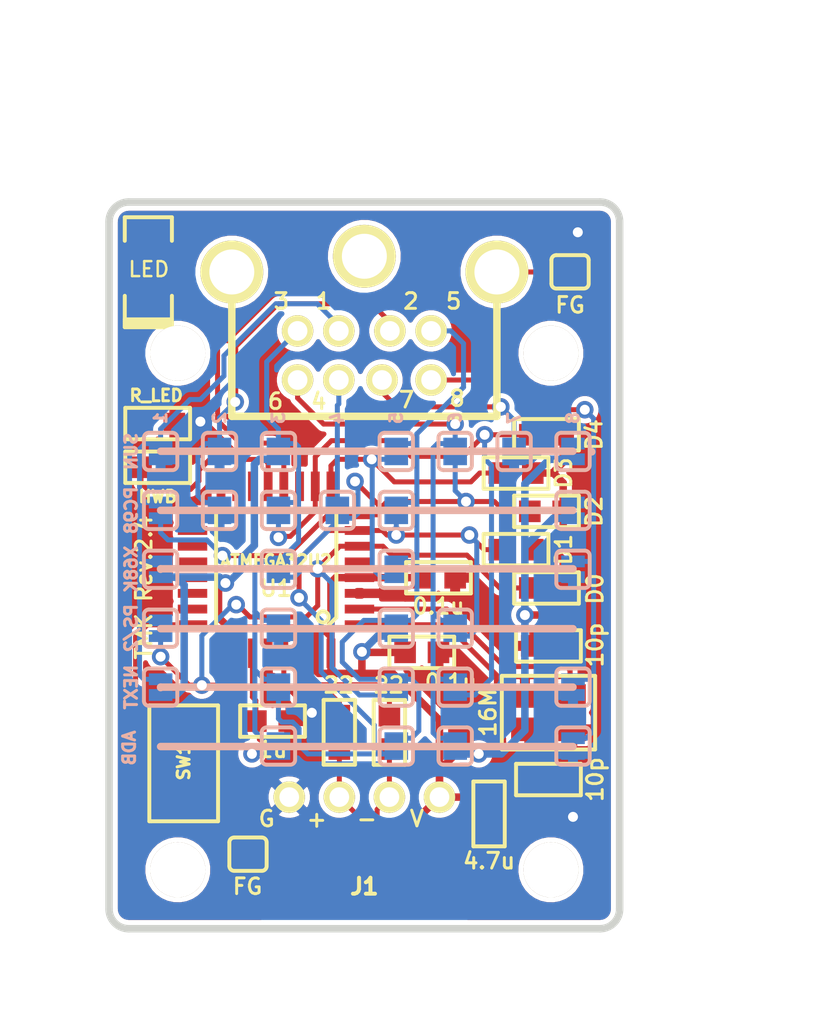
<source format=kicad_pcb>
(kicad_pcb (version 20171130) (host pcbnew "(5.1.12)-1")
  (title_block (title "Keyboard Protocol Converter") (date 2016/07) (rev 2.4) (company TMK))
  (layers (0 Front signal) (31 Back signal) (34 B.Paste user) (35 F.Paste user) (36 B.SilkS user hide) (37 F.SilkS user) (38 B.Mask user) (39 F.Mask user) (44 Edge.Cuts user))
  (net 0 "")
  (net 1 +5V)
  (net 2 /D+)
  (net 3 /D-)
  (net 4 /DIN1)
  (net 5 /DIN2)
  (net 6 /DIN3)
  (net 7 /DIN4)
  (net 8 /DIN5)
  (net 9 /DIN6)
  (net 10 /DIN7)
  (net 11 /DIN8)
  (net 12 /PB0)
  (net 13 /PB1)
  (net 14 /PB2)
  (net 15 /PB3)
  (net 16 /PB4)
  (net 17 /PB5)
  (net 18 /PB6)
  (net 19 /PB7)
  (net 20 /PC6)
  (net 21 /PC7)
  (net 22 /PD0)
  (net 23 /PD1)
  (net 24 /PD2)
  (net 25 /PD3)
  (net 26 /PD4)
  (net 27 /PD5)
  (net 28 /PD6)
  (net 29 /PD7)
  (net 30 /~RESET)
  (net 31 GND)
  (net 32 "Net-(C2-Pad1)")
  (net 33 "Net-(C5-Pad1)")
  (net 34 "Net-(C6-Pad1)")
  (net 35 "Net-(D1-Pad2)")
  (net 36 "Net-(R1-Pad1)")
  (net 37 "Net-(R2-Pad1)")
  (net 38 /PC2)
  (net 39 /PC4)
  (net 40 /PC5)
  (net 41 "Net-(J1-Pad4)")
  (net 42 "Net-(CN1-Pad9)")
  (net 43 "Net-(J1-Pad6)")
  (module keyboard_parts:USB_microB (layer Front) (at 113 135.55)
    (fp_text reference J1 (at 0 -0.6985) (layer F.SilkS) (effects (font (size 0.8128 0.8128) (thickness 0.2032))))
    (fp_text value USB_mini_micro_B hide)
    (pad 6 smd rect (at 0.85 0) (size 1.2 1.9) (layers Front F.Paste F.Mask))
    (pad 1 smd rect (at 1.29794 -2.67462 180) (size 0.4 1.35) (layers Front F.Paste F.Mask) (net 1 +5V) (clearance 0.1))
    (pad 6 smd rect (at -3.0988 -2.3495) (size 2.1 2) (layers Front F.Paste F.Mask) (net 43 "Net-(J1-Pad6)"))
    (pad 6 smd rect (at 3.0988 -2.3495) (size 2.1 2) (layers Front F.Paste F.Mask))
    (pad 6 smd rect (at -4.09956 0) (size 1.6 1.9) (layers Front F.Paste F.Mask))
    (pad 6 smd rect (at 4.09956 0) (size 1.6 1.9) (layers Front F.Paste F.Mask))
    (pad 2 smd rect (at 0.65024 -2.67462 180) (size 0.4 1.35) (layers Front F.Paste F.Mask) (net 3 /D-) (clearance 0.1))
    (pad 3 smd rect (at 0 -2.67462 180) (size 0.4 1.35) (layers Front F.Paste F.Mask) (net 2 /D+) (clearance 0.1))
    (pad 4 smd rect (at -0.65024 -2.67462 180) (size 0.4 1.35) (layers Front F.Paste F.Mask) (net 41 "Net-(J1-Pad4)") (clearance 0.1))
    (pad 5 smd rect (at -1.30048 -2.67462 180) (size 0.4 1.35) (layers Front F.Paste F.Mask) (net 31 GND) (clearance 0.1))
    (pad 6 smd rect (at -0.85 0) (size 1.2 1.9) (layers Front F.Paste F.Mask))
  )
  (module keyboard_parts:LED_3020_REFLOW (layer Front) (at 102 103.375 270)
    (fp_text reference D1 hide)
    (fp_text value LED (at 0.05 -0.025) (layer F.SilkS) (effects (font (size 0.762 0.762) (thickness 0.127))))
    (pad 1 smd rect (at -1.475 0 270) (size 1.45 1.6) (layers Front F.Paste F.Mask) (net 28 /PD6))
    (pad 2 smd rect (at 1.475 0 270) (size 1.45 1.6) (layers Front F.Paste F.Mask) (net 35 "Net-(D1-Pad2)"))
  )
  (module keyboard_parts:FA-238 (layer Front) (at 122.375 126)
    (fp_text reference X1 hide)
    (fp_text value 16M (at -3.075 0 90) (layer F.SilkS) (effects (font (size 0.8 0.8))))
    (pad 3 smd rect (at -1.1 -0.8) (size 1.4 1.2) (drill (offset -0.1 -0.05)) (layers Front F.Paste F.Mask) (net 31 GND) (clearance 0.2))
    (pad 2 smd rect (at 1.1 -0.8) (size 1.4 1.2) (drill (offset 0.1 -0.05)) (layers Front F.Paste F.Mask) (net 34 "Net-(C6-Pad1)") (clearance 0.2))
    (pad 1 smd rect (at -1.1 0.8) (size 1.4 1.2) (drill (offset -0.1 0.05)) (layers Front F.Paste F.Mask) (net 33 "Net-(C5-Pad1)") (clearance 0.2))
    (pad 3 smd rect (at 1.1 0.8) (size 1.4 1.2) (drill (offset 0.1 0.05)) (layers Front F.Paste F.Mask) (net 31 GND) (clearance 0.2))
  )
  (module 000NewKeyboard_parts:QFP32 (layer Front) (at 108.5 118.725 180)
    (fp_text reference U1 (at 0 -0.95 180) (layer F.SilkS) (effects (font (size 0.8 0.8))))
    (fp_text value ATMEGA32U2 (at 0 0.45 180) (layer F.SilkS) (effects (font (size 0.6 0.6))))
    (pad 8 smd rect (at -4.25 2.8 180) (size 1.5 0.45) (layers Front F.Paste F.Mask) (net 24 /PD2))
    (pad 7 smd rect (at -4.25 2 180) (size 1.5 0.45) (layers Front F.Paste F.Mask) (net 23 /PD1))
    (pad 6 smd rect (at -4.25 1.2 180) (size 1.5 0.45) (layers Front F.Paste F.Mask) (net 22 /PD0))
    (pad 5 smd rect (at -4.25 0.4 180) (size 1.5 0.45) (layers Front F.Paste F.Mask) (net 38 /PC2))
    (pad 4 smd rect (at -4.25 -0.4 180) (size 1.5 0.45) (layers Front F.Paste F.Mask) (net 1 +5V))
    (pad 3 smd rect (at -4.25 -1.2 180) (size 1.5 0.45) (layers Front F.Paste F.Mask) (net 31 GND))
    (pad 2 smd rect (at -4.25 -2 180) (size 1.5 0.45) (layers Front F.Paste F.Mask) (net 34 "Net-(C6-Pad1)"))
    (pad 1 smd rect (at -4.25 -2.8 180) (size 1.5 0.45) (layers Front F.Paste F.Mask) (net 33 "Net-(C5-Pad1)"))
    (pad 24 smd rect (at 4.25 -2.8 180) (size 1.5 0.45) (layers Front F.Paste F.Mask) (net 30 /~RESET))
    (pad 17 smd rect (at 4.25 2.8 180) (size 1.5 0.45) (layers Front F.Paste F.Mask) (net 15 /PB3))
    (pad 18 smd rect (at 4.25 2 180) (size 1.5 0.45) (layers Front F.Paste F.Mask) (net 16 /PB4))
    (pad 19 smd rect (at 4.25 1.2 180) (size 1.5 0.45) (layers Front F.Paste F.Mask) (net 17 /PB5))
    (pad 20 smd rect (at 4.25 0.4 180) (size 1.5 0.45) (layers Front F.Paste F.Mask) (net 18 /PB6))
    (pad 21 smd rect (at 4.25 -0.4 180) (size 1.5 0.45) (layers Front F.Paste F.Mask) (net 19 /PB7))
    (pad 22 smd rect (at 4.25 -1.2 180) (size 1.5 0.45) (layers Front F.Paste F.Mask) (net 21 /PC7))
    (pad 23 smd rect (at 4.25 -2 180) (size 1.5 0.45) (layers Front F.Paste F.Mask) (net 20 /PC6))
    (pad 32 smd rect (at -2.8 -4.25 180) (size 0.45 1.5) (layers Front F.Paste F.Mask) (net 1 +5V))
    (pad 31 smd rect (at -2 -4.25 180) (size 0.45 1.5) (layers Front F.Paste F.Mask) (net 1 +5V))
    (pad 30 smd rect (at -1.2 -4.25 180) (size 0.45 1.5) (layers Front F.Paste F.Mask) (net 36 "Net-(R1-Pad1)"))
    (pad 29 smd rect (at -0.4 -4.25 180) (size 0.45 1.5) (layers Front F.Paste F.Mask) (net 37 "Net-(R2-Pad1)"))
    (pad 28 smd rect (at 0.4 -4.25 180) (size 0.45 1.5) (layers Front F.Paste F.Mask) (net 31 GND))
    (pad 27 smd rect (at 1.2 -4.25 180) (size 0.45 1.5) (layers Front F.Paste F.Mask) (net 32 "Net-(C2-Pad1)"))
    (pad 26 smd rect (at 2 -4.25 180) (size 0.45 1.5) (layers Front F.Paste F.Mask) (net 39 /PC4))
    (pad 25 smd rect (at 2.8 -4.25 180) (size 0.45 1.5) (layers Front F.Paste F.Mask) (net 40 /PC5))
    (pad 9 smd rect (at -2.8 4.25 180) (size 0.45 1.5) (layers Front F.Paste F.Mask) (net 25 /PD3))
    (pad 10 smd rect (at -2 4.25 180) (size 0.45 1.5) (layers Front F.Paste F.Mask) (net 26 /PD4))
    (pad 11 smd rect (at -1.2 4.25 180) (size 0.45 1.5) (layers Front F.Paste F.Mask) (net 27 /PD5))
    (pad 12 smd rect (at -0.4 4.25 180) (size 0.45 1.5) (layers Front F.Paste F.Mask) (net 28 /PD6))
    (pad 13 smd rect (at 0.4 4.25 180) (size 0.45 1.5) (layers Front F.Paste F.Mask) (net 29 /PD7))
    (pad 14 smd rect (at 1.2 4.25 180) (size 0.45 1.5) (layers Front F.Paste F.Mask) (net 12 /PB0))
    (pad 15 smd rect (at 2 4.25 180) (size 0.45 1.5) (layers Front F.Paste F.Mask) (net 13 /PB1))
    (pad 16 smd rect (at 2.8 4.25 180) (size 0.45 1.5) (layers Front F.Paste F.Mask) (net 14 /PB2))
  )
  (module 000NewKeyboard_parts:SW_ALPS_SKRP (layer Front) (at 103.8 128.58 90)
    (fp_text reference SW1 (at 0.08 0 90) (layer F.SilkS) (effects (font (size 0.6096 0.6096) (thickness 0.1524))))
    (fp_text value SW_PUSH hide)
    (pad 2 smd rect (at 2.1 1.1 90) (size 1.1 0.7) (layers Front F.Paste F.Mask) (net 31 GND))
    (pad 2 smd rect (at -2.1 1.1 90) (size 1.1 0.7) (layers Front F.Paste F.Mask) (net 31 GND))
    (pad 1 smd rect (at -2.1 -1.1 90) (size 1.1 0.7) (layers Front F.Paste F.Mask) (net 30 /~RESET))
    (pad 1 smd rect (at 2.1 -1.1 90) (size 1.1 0.7) (layers Front F.Paste F.Mask) (net 30 /~RESET))
  )
  (module 000NewKeyboard_parts:C_1608 (layer Front) (at 119.35 131.155 270)
    (fp_text reference C1 hide)
    (fp_text value 4.7u (at 2.395 0) (layer F.SilkS) (effects (font (size 0.8 0.8))))
    (pad 2 smd rect (at 0.85 0 270) (size 1.1 1.1) (layers Front F.Paste F.Mask) (net 31 GND) (clearance 0.1))
    (pad 1 smd rect (at -0.85 0 270) (size 1.1 1.1) (layers Front F.Paste F.Mask) (net 1 +5V) (clearance 0.1))
  )
  (module 000NewKeyboard_parts:R_1608 (layer Front) (at 120.725 113.8 180)
    (fp_text reference R13 hide)
    (fp_text value 1K hide)
    (pad 2 smd rect (at 0.85 0 180) (size 1.1 1.1) (layers Front F.Paste F.Mask) (net 25 /PD3) (clearance 0.1))
    (pad 1 smd rect (at -0.85 0 180) (size 1.1 1.1) (layers Front F.Paste F.Mask) (net 1 +5V) (clearance 0.1))
  )
  (module 000NewKeyboard_parts:R_1608 (layer Front) (at 102.475 113.505 180)
    (fp_text reference R3 hide)
    (fp_text value 1k hide)
    (pad 2 smd rect (at 0.85 0 180) (size 1.1 1.1) (layers Front F.Paste F.Mask) (net 29 /PD7) (clearance 0.1))
    (pad 1 smd rect (at -0.85 0 180) (size 1.1 1.1) (layers Front F.Paste F.Mask) (net 31 GND) (clearance 0.1))
  )
  (module 000NewKeyboard_parts:R_1608 (layer Front) (at 102.475 111.28)
    (fp_text reference R4 hide)
    (fp_text value R_LED (at -0.075 -1.43) (layer F.SilkS) (effects (font (size 0.6 0.6))))
    (pad 2 smd rect (at 0.85 0) (size 1.1 1.1) (layers Front F.Paste F.Mask) (net 31 GND) (clearance 0.1))
    (pad 1 smd rect (at -0.85 0) (size 1.1 1.1) (layers Front F.Paste F.Mask) (net 35 "Net-(D1-Pad2)") (clearance 0.1))
  )
  (module 000NewKeyboard_parts:R_1608 (layer Front) (at 122.275 119.65 180)
    (fp_text reference R10 hide)
    (fp_text value 1K hide)
    (pad 2 smd rect (at 0.85 0 180) (size 1.1 1.1) (layers Front F.Paste F.Mask) (net 22 /PD0) (clearance 0.1))
    (pad 1 smd rect (at -0.85 0 180) (size 1.1 1.1) (layers Front F.Paste F.Mask) (net 1 +5V) (clearance 0.1))
  )
  (module 000NewKeyboard_parts:R_1608 (layer Front) (at 120.725 117.7 180)
    (fp_text reference R11 hide)
    (fp_text value 1K hide)
    (pad 2 smd rect (at 0.85 0 180) (size 1.1 1.1) (layers Front F.Paste F.Mask) (net 23 /PD1) (clearance 0.1))
    (pad 1 smd rect (at -0.85 0 180) (size 1.1 1.1) (layers Front F.Paste F.Mask) (net 1 +5V) (clearance 0.1))
  )
  (module 000NewKeyboard_parts:R_1608 (layer Front) (at 122.275 115.75 180)
    (fp_text reference R12 hide)
    (fp_text value 1K hide)
    (pad 2 smd rect (at 0.85 0 180) (size 1.1 1.1) (layers Front F.Paste F.Mask) (net 24 /PD2) (clearance 0.1))
    (pad 1 smd rect (at -0.85 0 180) (size 1.1 1.1) (layers Front F.Paste F.Mask) (net 1 +5V) (clearance 0.1))
  )
  (module 000NewKeyboard_parts:R_1608 (layer Front) (at 114.275 127.005 270)
    (fp_text reference R1 hide)
    (fp_text value 22 (at -2.405 0.025) (layer F.SilkS) (effects (font (size 0.8 0.8))))
    (pad 2 smd rect (at 0.85 0 270) (size 1.1 1.1) (layers Front F.Paste F.Mask) (net 3 /D-) (clearance 0.1))
    (pad 1 smd rect (at -0.85 0 270) (size 1.1 1.1) (layers Front F.Paste F.Mask) (net 36 "Net-(R1-Pad1)") (clearance 0.1))
  )
  (module 000NewKeyboard_parts:R_1608 (layer Front) (at 111.725 127 270)
    (fp_text reference R2 hide)
    (fp_text value 22 (at -2.4 0.025) (layer F.SilkS) (effects (font (size 0.8 0.8))))
    (pad 2 smd rect (at 0.85 0 270) (size 1.1 1.1) (layers Front F.Paste F.Mask) (net 2 /D+) (clearance 0.1))
    (pad 1 smd rect (at -0.85 0 270) (size 1.1 1.1) (layers Front F.Paste F.Mask) (net 37 "Net-(R2-Pad1)") (clearance 0.1))
  )
  (module 000NewKeyboard_parts:R_1608 (layer Front) (at 122.275 111.85 180)
    (fp_text reference R14 hide)
    (fp_text value 1K hide)
    (pad 2 smd rect (at 0.85 0 180) (size 1.1 1.1) (layers Front F.Paste F.Mask) (net 26 /PD4) (clearance 0.1))
    (pad 1 smd rect (at -0.85 0 180) (size 1.1 1.1) (layers Front F.Paste F.Mask) (net 1 +5V) (clearance 0.1))
  )
  (module 000NewKeyboard_parts:SOLDER_JUMPER_2 (layer Back) (at 123.625 127.7 270)
    (fp_text reference SJ30 hide)
    (fp_text value SOLDER_JUMPER hide)
    (pad 2 smd rect (at 0.4 0 270) (size 0.6 1.2) (layers Back B.Paste B.Mask) (net 31 GND) (clearance 0.1))
    (pad 1 smd rect (at -0.4 0 270) (size 0.6 1.2) (layers Back B.Paste B.Mask) (net 11 /DIN8) (clearance 0.1))
  )
  (module 000NewKeyboard_parts:SOLDER_JUMPER_2 (layer Back) (at 123.625 124.7 270)
    (fp_text reference SJ29 hide)
    (fp_text value SOLDER_JUMPER hide)
    (pad 2 smd rect (at 0.4 0 270) (size 0.6 1.2) (layers Back B.Paste B.Mask) (net 31 GND) (clearance 0.1))
    (pad 1 smd rect (at -0.4 0 270) (size 0.6 1.2) (layers Back B.Paste B.Mask) (net 11 /DIN8) (clearance 0.1))
  )
  (module 000NewKeyboard_parts:SOLDER_JUMPER_2 (layer Back) (at 123.625 118.7 270)
    (fp_text reference SJ28 hide)
    (fp_text value SOLDER_JUMPER hide)
    (pad 2 smd rect (at 0.4 0 270) (size 0.6 1.2) (layers Back B.Paste B.Mask) (net 31 GND) (clearance 0.1))
    (pad 1 smd rect (at -0.4 0 270) (size 0.6 1.2) (layers Back B.Paste B.Mask) (net 11 /DIN8) (clearance 0.1))
  )
  (module 000NewKeyboard_parts:SOLDER_JUMPER_2 (layer Back) (at 123.625 115.7 270)
    (fp_text reference SJ27 hide)
    (fp_text value SOLDER_JUMPER hide)
    (pad 2 smd rect (at 0.4 0 270) (size 0.6 1.2) (layers Back B.Paste B.Mask) (net 1 +5V) (clearance 0.1))
    (pad 1 smd rect (at -0.4 0 270) (size 0.6 1.2) (layers Back B.Paste B.Mask) (net 11 /DIN8) (clearance 0.1))
  )
  (module 000NewKeyboard_parts:SOLDER_JUMPER_2 (layer Back) (at 123.625 112.7 270)
    (fp_text reference SJ26 hide)
    (fp_text value SOLDER_JUMPER hide)
    (pad 2 smd rect (at 0.4 0 270) (size 0.6 1.2) (layers Back B.Paste B.Mask) (net 1 +5V) (clearance 0.1))
    (pad 1 smd rect (at -0.4 0 270) (size 0.6 1.2) (layers Back B.Paste B.Mask) (net 11 /DIN8) (clearance 0.1))
  )
  (module 000NewKeyboard_parts:SOLDER_JUMPER_2 (layer Back) (at 120.625 112.7 270)
    (fp_text reference SJ25 hide)
    (fp_text value SOLDER_JUMPER hide)
    (pad 2 smd rect (at 0.4 0 270) (size 0.6 1.2) (layers Back B.Paste B.Mask) (net 31 GND) (clearance 0.1))
    (pad 1 smd rect (at -0.4 0 270) (size 0.6 1.2) (layers Back B.Paste B.Mask) (net 10 /DIN7) (clearance 0.1))
  )
  (module 000NewKeyboard_parts:SOLDER_JUMPER_2 (layer Back) (at 117.625 127.7 270)
    (fp_text reference SJ24 hide)
    (fp_text value SOLDER_JUMPER hide)
    (pad 2 smd rect (at 0.4 0 270) (size 0.6 1.2) (layers Back B.Paste B.Mask) (net 1 +5V) (clearance 0.1))
    (pad 1 smd rect (at -0.4 0 270) (size 0.6 1.2) (layers Back B.Paste B.Mask) (net 9 /DIN6) (clearance 0.1))
  )
  (module 000NewKeyboard_parts:SOLDER_JUMPER_2 (layer Back) (at 117.625 124.7 270)
    (fp_text reference SJ23 hide)
    (fp_text value SOLDER_JUMPER hide)
    (pad 2 smd rect (at 0.4 0 270) (size 0.6 1.2) (layers Back B.Paste B.Mask) (net 26 /PD4) (clearance 0.1))
    (pad 1 smd rect (at -0.4 0 270) (size 0.6 1.2) (layers Back B.Paste B.Mask) (net 9 /DIN6) (clearance 0.1))
  )
  (module 000NewKeyboard_parts:SOLDER_JUMPER_2 (layer Back) (at 117.625 121.7 270)
    (fp_text reference SJ22 hide)
    (fp_text value SOLDER_JUMPER hide)
    (pad 2 smd rect (at 0.4 0 270) (size 0.6 1.2) (layers Back B.Paste B.Mask) (net 23 /PD1) (clearance 0.1))
    (pad 1 smd rect (at -0.4 0 270) (size 0.6 1.2) (layers Back B.Paste B.Mask) (net 9 /DIN6) (clearance 0.1))
  )
  (module 000NewKeyboard_parts:SOLDER_JUMPER_2 (layer Back) (at 117.625 112.7 270)
    (fp_text reference SJ21 hide)
    (fp_text value SOLDER_JUMPER hide)
    (pad 2 smd rect (at 0.4 0 270) (size 0.6 1.2) (layers Back B.Paste B.Mask) (net 24 /PD2) (clearance 0.1))
    (pad 1 smd rect (at -0.4 0 270) (size 0.6 1.2) (layers Back B.Paste B.Mask) (net 9 /DIN6) (clearance 0.1))
  )
  (module 000NewKeyboard_parts:SOLDER_JUMPER_2 (layer Back) (at 114.625 127.7 270)
    (fp_text reference SJ20 hide)
    (fp_text value SOLDER_JUMPER hide)
    (pad 2 smd rect (at 0.4 0 270) (size 0.6 1.2) (layers Back B.Paste B.Mask) (net 23 /PD1) (clearance 0.1))
    (pad 1 smd rect (at -0.4 0 270) (size 0.6 1.2) (layers Back B.Paste B.Mask) (net 8 /DIN5) (clearance 0.1))
  )
  (module 000NewKeyboard_parts:SOLDER_JUMPER_2 (layer Back) (at 114.625 124.7 270)
    (fp_text reference SJ19 hide)
    (fp_text value SOLDER_JUMPER hide)
    (pad 2 smd rect (at 0.4 0 270) (size 0.6 1.2) (layers Back B.Paste B.Mask) (net 22 /PD0) (clearance 0.1))
    (pad 1 smd rect (at -0.4 0 270) (size 0.6 1.2) (layers Back B.Paste B.Mask) (net 8 /DIN5) (clearance 0.1))
  )
  (module 000NewKeyboard_parts:SOLDER_JUMPER_2 (layer Back) (at 114.625 121.7 270)
    (fp_text reference SJ18 hide)
    (fp_text value SOLDER_JUMPER hide)
    (pad 2 smd rect (at 0.4 0 270) (size 0.6 1.2) (layers Back B.Paste B.Mask) (net 1 +5V) (clearance 0.1))
    (pad 1 smd rect (at -0.4 0 270) (size 0.6 1.2) (layers Back B.Paste B.Mask) (net 8 /DIN5) (clearance 0.1))
  )
  (module 000NewKeyboard_parts:SOLDER_JUMPER_2 (layer Back) (at 114.625 118.7 270)
    (fp_text reference SJ17 hide)
    (fp_text value SOLDER_JUMPER hide)
    (pad 2 smd rect (at 0.4 0 270) (size 0.6 1.2) (layers Back B.Paste B.Mask) (net 25 /PD3) (clearance 0.1))
    (pad 1 smd rect (at -0.4 0 270) (size 0.6 1.2) (layers Back B.Paste B.Mask) (net 8 /DIN5) (clearance 0.1))
  )
  (module 000NewKeyboard_parts:SOLDER_JUMPER_2 (layer Back) (at 114.625 115.7 270)
    (fp_text reference SJ16 hide)
    (fp_text value SOLDER_JUMPER hide)
    (pad 2 smd rect (at 0.4 0 270) (size 0.6 1.2) (layers Back B.Paste B.Mask) (net 23 /PD1) (clearance 0.1))
    (pad 1 smd rect (at -0.4 0 270) (size 0.6 1.2) (layers Back B.Paste B.Mask) (net 8 /DIN5) (clearance 0.1))
  )
  (module 000NewKeyboard_parts:SOLDER_JUMPER_2 (layer Back) (at 114.625 112.7 270)
    (fp_text reference SJ15 hide)
    (fp_text value SOLDER_JUMPER hide)
    (pad 2 smd rect (at 0.4 0 270) (size 0.6 1.2) (layers Back B.Paste B.Mask) (net 25 /PD3) (clearance 0.1))
    (pad 1 smd rect (at -0.4 0 270) (size 0.6 1.2) (layers Back B.Paste B.Mask) (net 8 /DIN5) (clearance 0.1))
  )
  (module 000NewKeyboard_parts:SOLDER_JUMPER_2 (layer Back) (at 111.625 115.7 270)
    (fp_text reference SJ14 hide)
    (fp_text value SOLDER_JUMPER hide)
    (pad 2 smd rect (at 0.4 0 270) (size 0.6 1.2) (layers Back B.Paste B.Mask) (net 24 /PD2) (clearance 0.1))
    (pad 1 smd rect (at -0.4 0 270) (size 0.6 1.2) (layers Back B.Paste B.Mask) (net 7 /DIN4) (clearance 0.1))
  )
  (module 000NewKeyboard_parts:SOLDER_JUMPER_2 (layer Back) (at 108.625 127.7 270)
    (fp_text reference SJ13 hide)
    (fp_text value SOLDER_JUMPER hide)
    (pad 2 smd rect (at 0.4 0 270) (size 0.6 1.2) (layers Back B.Paste B.Mask) (net 22 /PD0) (clearance 0.1))
    (pad 1 smd rect (at -0.4 0 270) (size 0.6 1.2) (layers Back B.Paste B.Mask) (net 6 /DIN3) (clearance 0.1))
  )
  (module 000NewKeyboard_parts:SOLDER_JUMPER_2 (layer Back) (at 108.625 124.7 270)
    (fp_text reference SJ12 hide)
    (fp_text value SOLDER_JUMPER hide)
    (pad 2 smd rect (at 0.4 0 270) (size 0.6 1.2) (layers Back B.Paste B.Mask) (net 23 /PD1) (clearance 0.1))
    (pad 1 smd rect (at -0.4 0 270) (size 0.6 1.2) (layers Back B.Paste B.Mask) (net 6 /DIN3) (clearance 0.1))
  )
  (module 000NewKeyboard_parts:SOLDER_JUMPER_2 (layer Back) (at 108.625 121.7 270)
    (fp_text reference SJ11 hide)
    (fp_text value SOLDER_JUMPER hide)
    (pad 2 smd rect (at 0.4 0 270) (size 0.6 1.2) (layers Back B.Paste B.Mask) (net 31 GND) (clearance 0.1))
    (pad 1 smd rect (at -0.4 0 270) (size 0.6 1.2) (layers Back B.Paste B.Mask) (net 6 /DIN3) (clearance 0.1))
  )
  (module 000NewKeyboard_parts:SOLDER_JUMPER_2 (layer Back) (at 108.625 118.7 270)
    (fp_text reference SJ10 hide)
    (fp_text value SOLDER_JUMPER hide)
    (pad 2 smd rect (at 0.4 0 270) (size 0.6 1.2) (layers Back B.Paste B.Mask) (net 24 /PD2) (clearance 0.1))
    (pad 1 smd rect (at -0.4 0 270) (size 0.6 1.2) (layers Back B.Paste B.Mask) (net 6 /DIN3) (clearance 0.1))
  )
  (module 000NewKeyboard_parts:SOLDER_JUMPER_2 (layer Back) (at 108.625 115.7 270)
    (fp_text reference SJ9 hide)
    (fp_text value SOLDER_JUMPER hide)
    (pad 2 smd rect (at 0.4 0 270) (size 0.6 1.2) (layers Back B.Paste B.Mask) (net 26 /PD4) (clearance 0.1))
    (pad 1 smd rect (at -0.4 0 270) (size 0.6 1.2) (layers Back B.Paste B.Mask) (net 6 /DIN3) (clearance 0.1))
  )
  (module 000NewKeyboard_parts:SOLDER_JUMPER_2 (layer Back) (at 108.625 112.7 270)
    (fp_text reference SJ8 hide)
    (fp_text value SOLDER_JUMPER hide)
    (pad 2 smd rect (at 0.4 0 270) (size 0.6 1.2) (layers Back B.Paste B.Mask) (net 1 +5V) (clearance 0.1))
    (pad 1 smd rect (at -0.4 0 270) (size 0.6 1.2) (layers Back B.Paste B.Mask) (net 6 /DIN3) (clearance 0.1))
  )
  (module 000NewKeyboard_parts:SOLDER_JUMPER_2 (layer Back) (at 105.625 115.7 270)
    (fp_text reference SJ7 hide)
    (fp_text value SOLDER_JUMPER hide)
    (pad 2 smd rect (at 0.4 0 270) (size 0.6 1.2) (layers Back B.Paste B.Mask) (net 31 GND) (clearance 0.1))
    (pad 1 smd rect (at -0.4 0 270) (size 0.6 1.2) (layers Back B.Paste B.Mask) (net 5 /DIN2) (clearance 0.1))
  )
  (module 000NewKeyboard_parts:SOLDER_JUMPER_2 (layer Back) (at 105.625 112.7 270)
    (fp_text reference SJ6 hide)
    (fp_text value SOLDER_JUMPER hide)
    (pad 2 smd rect (at 0.4 0 270) (size 0.6 1.2) (layers Back B.Paste B.Mask) (net 31 GND) (clearance 0.1))
    (pad 1 smd rect (at -0.4 0 270) (size 0.6 1.2) (layers Back B.Paste B.Mask) (net 5 /DIN2) (clearance 0.1))
  )
  (module 000NewKeyboard_parts:SOLDER_JUMPER_2 (layer Back) (at 102.625 124.7 270)
    (fp_text reference SJ5 hide)
    (fp_text value SOLDER_JUMPER hide)
    (pad 2 smd rect (at 0.4 0 270) (size 0.6 1.2) (layers Back B.Paste B.Mask) (net 1 +5V) (clearance 0.1))
    (pad 1 smd rect (at -0.4 0 270) (size 0.6 1.2) (layers Back B.Paste B.Mask) (net 4 /DIN1) (clearance 0.1))
  )
  (module 000NewKeyboard_parts:SOLDER_JUMPER_2 (layer Back) (at 102.625 121.7 270)
    (fp_text reference SJ4 hide)
    (fp_text value SOLDER_JUMPER hide)
    (pad 2 smd rect (at 0.4 0 270) (size 0.6 1.2) (layers Back B.Paste B.Mask) (net 22 /PD0) (clearance 0.1))
    (pad 1 smd rect (at -0.4 0 270) (size 0.6 1.2) (layers Back B.Paste B.Mask) (net 4 /DIN1) (clearance 0.1))
  )
  (module 000NewKeyboard_parts:SOLDER_JUMPER_2 (layer Back) (at 102.625 118.7 270)
    (fp_text reference SJ3 hide)
    (fp_text value SOLDER_JUMPER hide)
    (pad 2 smd rect (at 0.4 0 270) (size 0.6 1.2) (layers Back B.Paste B.Mask) (net 1 +5V) (clearance 0.1))
    (pad 1 smd rect (at -0.4 0 270) (size 0.6 1.2) (layers Back B.Paste B.Mask) (net 4 /DIN1) (clearance 0.1))
  )
  (module 000NewKeyboard_parts:SOLDER_JUMPER_2 (layer Back) (at 102.625 115.7 270)
    (fp_text reference SJ2 hide)
    (fp_text value SOLDER_JUMPER hide)
    (pad 2 smd rect (at 0.4 0 270) (size 0.6 1.2) (layers Back B.Paste B.Mask) (net 25 /PD3) (clearance 0.1))
    (pad 1 smd rect (at -0.4 0 270) (size 0.6 1.2) (layers Back B.Paste B.Mask) (net 4 /DIN1) (clearance 0.1))
  )
  (module 000NewKeyboard_parts:SOLDER_JUMPER_2 (layer Back) (at 102.625 112.7 270)
    (fp_text reference SJ1 hide)
    (fp_text value SOLDER_JUMPER hide)
    (pad 2 smd rect (at 0.4 0 270) (size 0.6 1.2) (layers Back B.Paste B.Mask) (net 31 GND) (clearance 0.1))
    (pad 1 smd rect (at -0.4 0 270) (size 0.6 1.2) (layers Back B.Paste B.Mask) (net 4 /DIN1) (clearance 0.1))
  )
  (module HOLE_M2.6 (layer Front) (at 122.9625 133.987)
    (fp_text reference HOLE_M2.6 hide)
    (fp_text value VAL** hide)
    (pad 1 thru_hole circle (at -0.4625 0.013) (size 2.8 2.8) (drill 2.8) (layers *.Cu *.Mask F.SilkS))
  )
  (module HOLE_M2.6 (layer Front) (at 103.4315 107.7155)
    (fp_text reference HOLE_M2.6 hide)
    (fp_text value VAL** hide)
    (pad 1 thru_hole circle (at 0.0685 -0.0155) (size 2.8 2.8) (drill 2.8) (layers *.Cu *.Mask F.SilkS))
  )
  (module HOLE_M2.6 (layer Front) (at 122.8625 107.7155)
    (fp_text reference HOLE_M2.6 hide)
    (fp_text value VAL** hide)
    (pad 1 thru_hole circle (at -0.3625 -0.0155) (size 2.8 2.8) (drill 2.8) (layers *.Cu *.Mask F.SilkS))
  )
  (module HOLE_M2.6 (layer Front) (at 103.5315 133.987)
    (fp_text reference HOLE_M2.6 hide)
    (fp_text value VAL** hide)
    (pad 1 thru_hole circle (at -0.0315 0.013) (size 2.8 2.8) (drill 2.8) (layers *.Cu *.Mask F.SilkS))
  )
  (module 000NewKeyboard_parts:PIN_1 (layer Front) (at 116.825 130.3)
    (fp_text reference P1 hide)
    (fp_text value CONN_1 hide)
    (pad 1 thru_hole circle (at 0 0) (size 1.6 1.6) (drill 1) (layers *.Cu *.Mask F.SilkS) (net 1 +5V))
  )
  (module 000NewKeyboard_parts:PIN_1 (layer Front) (at 114.275 130.3)
    (fp_text reference P2 hide)
    (fp_text value CONN_1 hide)
    (pad 1 thru_hole circle (at 0 0) (size 1.6 1.6) (drill 1) (layers *.Cu *.Mask F.SilkS) (net 3 /D-))
  )
  (module 000NewKeyboard_parts:PIN_1 (layer Front) (at 111.725 130.3)
    (fp_text reference P3 hide)
    (fp_text value CONN_1 hide)
    (pad 1 thru_hole circle (at 0 0) (size 1.6 1.6) (drill 1) (layers *.Cu *.Mask F.SilkS) (net 2 /D+))
  )
  (module 000NewKeyboard_parts:PIN_1 (layer Front) (at 109.175 130.3)
    (fp_text reference P4 hide)
    (fp_text value CONN_1 hide)
    (pad 1 thru_hole circle (at 0 0) (size 1.6 1.6) (drill 1) (layers *.Cu *.Mask F.SilkS) (net 31 GND))
  )
  (module 000NewKeyboard_parts:C_1608 (layer Front) (at 122.375 122.6 180)
    (fp_text reference C6 hide)
    (fp_text value 10p (at -2.375 0.05 270) (layer F.SilkS) (effects (font (size 0.8 0.8))))
    (pad 2 smd rect (at 0.85 0 180) (size 1.1 1.1) (layers Front F.Paste F.Mask) (net 31 GND) (clearance 0.1))
    (pad 1 smd rect (at -0.85 0 180) (size 1.1 1.1) (layers Front F.Paste F.Mask) (net 34 "Net-(C6-Pad1)") (clearance 0.1))
  )
  (module 000NewKeyboard_parts:C_1608 (layer Front) (at 122.375 129.405)
    (fp_text reference C5 hide)
    (fp_text value 10p (at 2.375 -0.005 90) (layer F.SilkS) (effects (font (size 0.8 0.8))))
    (pad 2 smd rect (at 0.85 0) (size 1.1 1.1) (layers Front F.Paste F.Mask) (net 31 GND) (clearance 0.1))
    (pad 1 smd rect (at -0.85 0) (size 1.1 1.1) (layers Front F.Paste F.Mask) (net 33 "Net-(C5-Pad1)") (clearance 0.1))
  )
  (module 000NewKeyboard_parts:C_1608 (layer Front) (at 108.325 126.43)
    (fp_text reference C2 hide)
    (fp_text value 1u (at 0 1.45) (layer F.SilkS) (effects (font (size 0.8 0.8))))
    (pad 2 smd rect (at 0.85 0) (size 1.1 1.1) (layers Front F.Paste F.Mask) (net 31 GND) (clearance 0.1))
    (pad 1 smd rect (at -0.85 0) (size 1.1 1.1) (layers Front F.Paste F.Mask) (net 32 "Net-(C2-Pad1)") (clearance 0.1))
  )
  (module 000NewKeyboard_parts:C_1608 (layer Front) (at 116.775 119.13)
    (fp_text reference C3 hide)
    (fp_text value 0.1u (at 0 1.45) (layer F.SilkS) (effects (font (size 0.8 0.8))))
    (pad 2 smd rect (at 0.85 0) (size 1.1 1.1) (layers Front F.Paste F.Mask) (net 31 GND) (clearance 0.1))
    (pad 1 smd rect (at -0.85 0) (size 1.1 1.1) (layers Front F.Paste F.Mask) (net 1 +5V) (clearance 0.1))
  )
  (module 000NewKeyboard_parts:C_1608 (layer Front) (at 115.925 122.93)
    (fp_text reference C4 hide)
    (fp_text value 0.1u (at 1.475 1.52) (layer F.SilkS) (effects (font (size 0.8 0.8))))
    (pad 2 smd rect (at 0.85 0) (size 1.1 1.1) (layers Front F.Paste F.Mask) (net 31 GND) (clearance 0.1))
    (pad 1 smd rect (at -0.85 0) (size 1.1 1.1) (layers Front F.Paste F.Mask) (net 1 +5V) (clearance 0.1))
  )
  (module 000NewKeyboard_parts:SOLDER_JUMPER_2 (layer Front) (at 107.075 133.205)
    (fp_text reference SJ98 hide)
    (fp_text value SOLDER_JUMPER hide)
    (pad 2 smd rect (at 0.4 0) (size 0.6 1.2) (layers Front F.Mask) (net 43 "Net-(J1-Pad6)") (clearance 0.1))
    (pad 1 smd rect (at -0.4 0) (size 0.6 1.2) (layers Front F.Mask) (net 31 GND) (clearance 0.1))
  )
  (module 000NewKeyboard_parts:SOLDER_JUMPER_2 (layer Front) (at 123.475 103.555)
    (fp_text reference SJ99 hide)
    (fp_text value SOLDER_JUMPER hide)
    (pad 2 smd rect (at 0.4 0) (size 0.6 1.2) (layers Front F.Mask) (net 31 GND) (clearance 0.1))
    (pad 1 smd rect (at -0.4 0) (size 0.6 1.2) (layers Front F.Mask) (net 42 "Net-(CN1-Pad9)") (clearance 0.1))
  )
  (module 000NewKeyboard_parts:MINI_DIN_8 (layer Front) (at 113 102.7625)
    (fp_text reference CN1 hide)
    (fp_text value MINI_DIN_8P_JACK hide)
    (pad 3 thru_hole circle (at -3.4 3.8 180) (size 1.6 1.6) (drill 1) (layers *.Cu *.Mask F.SilkS) (net 6 /DIN3))
    (pad 5 thru_hole circle (at 3.4 3.8 180) (size 1.6 1.6) (drill 1) (layers *.Cu *.Mask F.SilkS) (net 8 /DIN5))
    (pad 6 thru_hole circle (at -3.4 6.3 180) (size 1.6 1.6) (drill 1) (layers *.Cu *.Mask F.SilkS) (net 9 /DIN6))
    (pad 8 thru_hole circle (at 3.4 6.3 180) (size 1.6 1.6) (drill 1) (layers *.Cu *.Mask F.SilkS) (net 11 /DIN8))
    (pad 9 thru_hole circle (at 0 0 180) (size 3.2 3.2) (drill 2.29) (layers *.Cu *.Mask F.SilkS))
    (pad 9 thru_hole circle (at -6.75 0.8 180) (size 3.2 3.2) (drill 2.29) (layers *.Cu *.Mask F.SilkS))
    (pad 9 thru_hole circle (at 6.75 0.8 180) (size 3.2 3.2) (drill 2.29) (layers *.Cu *.Mask F.SilkS) (net 42 "Net-(CN1-Pad9)") (thermal_gap 0.254))
    (pad 1 thru_hole circle (at -1.3 3.8 180) (size 1.6 1.6) (drill 1) (layers *.Cu *.Mask F.SilkS) (net 4 /DIN1))
    (pad 2 thru_hole circle (at 1.3 3.8 180) (size 1.6 1.6) (drill 1) (layers *.Cu *.Mask F.SilkS) (net 5 /DIN2))
    (pad 4 thru_hole circle (at -1.3 6.3 180) (size 1.6 1.6) (drill 1) (layers *.Cu *.Mask F.SilkS) (net 7 /DIN4))
    (pad 7 thru_hole circle (at 0.9 6.3 180) (size 1.6 1.6) (drill 1) (layers *.Cu *.Mask F.SilkS) (net 10 /DIN7))
  )
  (gr_text "TMK Rev.2.4" (at 101.775 119.625 90) (layer F.SilkS) (effects (font (size 0.8 0.8))))
  (gr_text 5 (at 117.55 105.05) (layer F.SilkS) (effects (font (size 0.8 0.8))))
  (gr_text 2 (at 115.375 105.05) (layer F.SilkS) (effects (font (size 0.8 0.8))))
  (gr_text 3 (at 108.775 105.05) (layer F.SilkS) (effects (font (size 0.8 0.8))))
  (gr_text 8 (at 117.725 110) (layer F.SilkS) (effects (font (size 0.8 0.8))))
  (gr_text 7 (at 115.15 110.075) (layer F.SilkS) (effects (font (size 0.8 0.8))))
  (gr_text 6 (at 108.475 110.15) (layer F.SilkS) (effects (font (size 0.8 0.8))))
  (gr_text 4 (at 110.675 110.15) (layer F.SilkS) (effects (font (size 0.8 0.8))))
  (gr_text 1 (at 110.925 105.05) (layer F.SilkS) (effects (font (size 0.8 0.8))))
  (gr_line (start 102.625 121.725) (end 123.625 121.725) (angle 90) (layer B.SilkS) (width 0.381))
  (gr_line (start 123.625 127.725) (end 102.625 127.725) (angle 90) (layer B.SilkS) (width 0.381))
  (gr_line (start 102.625 124.7) (end 102.625 124.725) (angle 90) (layer B.SilkS) (width 0.381))
  (gr_line (start 123.625 124.7) (end 102.625 124.7) (angle 90) (layer B.SilkS) (width 0.381))
  (gr_line (start 102.625 118.675) (end 102.625 118.7) (angle 90) (layer B.SilkS) (width 0.381))
  (gr_line (start 123.625 118.675) (end 102.625 118.675) (angle 90) (layer B.SilkS) (width 0.381))
  (gr_line (start 102.625 115.7) (end 123.625 115.7) (angle 90) (layer B.SilkS) (width 0.381))
  (gr_text HWB (at 102.475 115) (layer F.SilkS) (effects (font (size 0.6 0.6))))
  (gr_text V (at 115.675 131.4) (layer F.SilkS) (effects (font (size 0.8 0.8))))
  (gr_text - (at 113.125 131.4) (layer F.SilkS) (effects (font (size 0.8 0.8))))
  (gr_text + (at 110.575 131.425) (layer F.SilkS) (effects (font (size 0.8 0.8))))
  (gr_text G (at 108.025 131.4) (layer F.SilkS) (effects (font (size 0.8 0.8))))
  (gr_text FG (at 107.05 134.85) (layer F.SilkS) (effects (font (size 0.8 0.8))))
  (gr_text FG (at 123.475 105.25) (layer F.SilkS) (effects (font (size 0.8 0.8))))
  (gr_text D1 (at 123.15 117.7 90) (layer F.SilkS) (effects (font (size 0.8 0.8))))
  (gr_text D3 (at 123.15 113.8 90) (layer F.SilkS) (effects (font (size 0.8 0.8))))
  (gr_text D4 (at 124.7 111.85 90) (layer F.SilkS) (effects (font (size 0.8 0.8))))
  (gr_text D2 (at 124.7 115.75 90) (layer F.SilkS) (effects (font (size 0.8 0.8))))
  (gr_text D0 (at 124.75 119.7 90) (layer F.SilkS) (effects (font (size 0.8 0.8))))
  (gr_line (start 102.63 112.69) (end 123.62 112.69) (angle 90) (layer B.SilkS) (width 0.381))
  (gr_line (start 124.58 112.71) (end 124.58 112.72) (angle 90) (layer B.SilkS) (width 0.381))
  (gr_arc (start 125 101) (end 125 100) (angle 90) (layer Edge.Cuts) (width 0.381))
  (gr_arc (start 101 101) (end 100 101) (angle 90) (layer Edge.Cuts) (width 0.381))
  (gr_text ADB (at 101.025 127.8 90) (layer B.SilkS) (effects (font (size 0.6096 0.6096) (thickness 0.1524)) (justify mirror)))
  (gr_text NEXT (at 101.125 124.7 90) (layer B.SilkS) (effects (font (size 0.6096 0.6096) (thickness 0.1524)) (justify mirror)))
  (gr_text PS/2 (at 101.125 121.7 90) (layer B.SilkS) (effects (font (size 0.6096 0.6096) (thickness 0.1524)) (justify mirror)))
  (gr_text X68K (at 101.125 118.7 90) (layer B.SilkS) (effects (font (size 0.6096 0.6096) (thickness 0.1524)) (justify mirror)))
  (gr_text PC98 (at 101.125 115.7 90) (layer B.SilkS) (effects (font (size 0.6096 0.6096) (thickness 0.1524)) (justify mirror)))
  (gr_text SUN (at 101.125 112.7 90) (layer B.SilkS) (effects (font (size 0.6096 0.6096) (thickness 0.1524)) (justify mirror)))
  (gr_text 8 (at 123.625 111 90) (layer B.SilkS) (effects (font (size 0.6096 0.6096) (thickness 0.1524)) (justify mirror)))
  (gr_text 7 (at 120.625 111 90) (layer B.SilkS) (effects (font (size 0.6096 0.6096) (thickness 0.1524)) (justify mirror)))
  (gr_text 6 (at 117.625 111 90) (layer B.SilkS) (effects (font (size 0.6096 0.6096) (thickness 0.1524)) (justify mirror)))
  (gr_text 5 (at 114.625 111 90) (layer B.SilkS) (effects (font (size 0.6096 0.6096) (thickness 0.1524)) (justify mirror)))
  (gr_text 4 (at 111.625 111 90) (layer B.SilkS) (effects (font (size 0.6096 0.6096) (thickness 0.1524)) (justify mirror)))
  (gr_text 3 (at 108.625 111 90) (layer B.SilkS) (effects (font (size 0.6096 0.6096) (thickness 0.1524)) (justify mirror)))
  (gr_text 2 (at 105.625 111 90) (layer B.SilkS) (effects (font (size 0.6096 0.6096) (thickness 0.1524)) (justify mirror)))
  (gr_text 1 (at 102.625 111 90) (layer B.SilkS) (effects (font (size 0.6096 0.6096) (thickness 0.1524)) (justify mirror)))
  (gr_line (start 126 101) (end 126 136) (angle 90) (layer Edge.Cuts) (width 0.381))
  (gr_line (start 100 136) (end 100 101) (angle 90) (layer Edge.Cuts) (width 0.381))
  (gr_line (start 125 137) (end 101 137) (angle 90) (layer Edge.Cuts) (width 0.381))
  (gr_arc (start 125 136) (end 126 136) (angle 90) (layer Edge.Cuts) (width 0.381))
  (gr_arc (start 101 136) (end 101 137) (angle 90) (layer Edge.Cuts) (width 0.381))
  (gr_line (start 101 100) (end 125 100) (angle 90) (layer Edge.Cuts) (width 0.381))
  (segment (start 111.3 124) (end 111.3 122.975) (width 0.381) (layer Front) (net 1))
  (segment (start 111.3 124) (end 112.875 124) (width 0.381) (layer Front) (net 1))
  (via (at 118.825 128.1) (size 0.889) (layers Front Back) (net 1))
  (segment (start 118.825 128.1) (end 117.625 128.1) (width 0.381) (layer Back) (net 1))
  (segment (start 121.175 117.55) (end 122.625 116.1) (width 0.381) (layer Back) (net 1))
  (segment (start 122.625 116.1) (end 123.625 116.1) (width 0.381) (layer Back) (net 1))
  (segment (start 122.425 113.1) (end 121.175 114.35) (width 0.381) (layer Back) (net 1))
  (segment (start 121.175 114.35) (end 121.175 117.55) (width 0.381) (layer Back) (net 1))
  (segment (start 123.625 113.1) (end 122.425 113.1) (width 0.381) (layer Back) (net 1))
  (segment (start 114.625 122.1) (end 113.675 122.1) (width 0.381) (layer Back) (net 1))
  (segment (start 113.675 122.1) (end 112.875 122.9) (width 0.381) (layer Back) (net 1))
  (via (at 112.875 122.9) (size 0.889) (layers Front Back) (net 1))
  (segment (start 112.875 122.9) (end 112.875 124) (width 0.381) (layer Front) (net 1))
  (segment (start 112.875 124) (end 112.875 123.95) (width 0.381) (layer Front) (net 1))
  (segment (start 112.875 123.95) (end 112.875 124) (width 0.381) (layer Front) (net 1))
  (segment (start 111.3 119.375) (end 111.55 119.125) (width 0.381) (layer Front) (net 1))
  (segment (start 111.55 119.125) (end 112.75 119.125) (width 0.381) (layer Front) (net 1))
  (segment (start 111.3 122.975) (end 111.3 119.375) (width 0.381) (layer Front) (net 1))
  (segment (start 111.3 122.125) (end 111.025 121.85) (width 0.381) (layer Front) (net 1))
  (segment (start 111.025 121.85) (end 110.625 121.85) (width 0.381) (layer Front) (net 1))
  (segment (start 110.625 121.85) (end 110.5 121.975) (width 0.381) (layer Front) (net 1))
  (segment (start 110.5 121.975) (end 110.5 122.975) (width 0.381) (layer Front) (net 1))
  (segment (start 111.3 122.975) (end 111.3 122.125) (width 0.381) (layer Front) (net 1))
  (segment (start 103.425 119.1) (end 103.825 119.5) (width 0.381) (layer Back) (net 1))
  (segment (start 103.825 119.5) (end 103.825 121.2) (width 0.381) (layer Back) (net 1))
  (segment (start 103.425 125.1) (end 102.625 125.1) (width 0.381) (layer Back) (net 1))
  (segment (start 103.825 121.2) (end 103.825 124.7) (width 0.381) (layer Back) (net 1))
  (segment (start 103.825 124.7) (end 103.425 125.1) (width 0.381) (layer Back) (net 1))
  (segment (start 102.625 119.1) (end 103.425 119.1) (width 0.381) (layer Back) (net 1))
  (segment (start 121.175 121.03) (end 121.175 117.55) (width 0.381) (layer Back) (net 1))
  (segment (start 121.175 126.9) (end 121.175 121.45) (width 0.381) (layer Back) (net 1))
  (segment (start 119.975 128.1) (end 121.175 126.9) (width 0.381) (layer Back) (net 1))
  (segment (start 121.175 121.45) (end 121.175 121.03) (width 0.381) (layer Back) (net 1))
  (segment (start 118.825 128.1) (end 119.975 128.1) (width 0.381) (layer Back) (net 1))
  (segment (start 123.125 117.2) (end 122.625 117.7) (width 0.381) (layer Front) (net 1))
  (segment (start 122.625 117.7) (end 121.575 117.7) (width 0.381) (layer Front) (net 1))
  (segment (start 123.125 115.75) (end 123.125 117.2) (width 0.381) (layer Front) (net 1))
  (segment (start 123.125 118.2) (end 122.625 117.7) (width 0.381) (layer Front) (net 1))
  (segment (start 123.125 119.65) (end 123.125 118.2) (width 0.381) (layer Front) (net 1))
  (segment (start 122.625 113.8) (end 123.125 114.3) (width 0.381) (layer Front) (net 1))
  (segment (start 123.125 114.3) (end 123.125 115.75) (width 0.381) (layer Front) (net 1))
  (segment (start 122.575 113.8) (end 122.625 113.8) (width 0.381) (layer Front) (net 1))
  (segment (start 121.575 113.8) (end 122.575 113.8) (width 0.381) (layer Front) (net 1))
  (segment (start 123.125 113.25) (end 122.575 113.8) (width 0.381) (layer Front) (net 1))
  (segment (start 123.125 111.85) (end 123.125 113.25) (width 0.381) (layer Front) (net 1))
  (segment (start 105.625 119.1) (end 102.625 119.1) (width 0.381) (layer Back) (net 1))
  (segment (start 105.925 119.4) (end 105.625 119.1) (width 0.381) (layer Back) (net 1))
  (via (at 105.925 119.4) (size 0.889) (layers Front Back) (net 1))
  (segment (start 105.575 119.75) (end 105.925 119.4) (width 0.381) (layer Front) (net 1))
  (segment (start 105.575 121.15) (end 105.575 119.75) (width 0.381) (layer Front) (net 1))
  (segment (start 106.125 121.7) (end 105.575 121.15) (width 0.381) (layer Front) (net 1))
  (segment (start 110.325 121.7) (end 106.125 121.7) (width 0.381) (layer Front) (net 1))
  (segment (start 110.5 121.875) (end 110.325 121.7) (width 0.381) (layer Front) (net 1))
  (segment (start 110.5 122.975) (end 110.5 121.875) (width 0.381) (layer Front) (net 1))
  (segment (start 110.5 122.975) (end 110.5 123.828498) (width 0.381) (layer Front) (net 1))
  (segment (start 110.671502 124) (end 111.3 124) (width 0.381) (layer Front) (net 1))
  (segment (start 110.5 123.828498) (end 110.671502 124) (width 0.381) (layer Front) (net 1))
  (segment (start 116.825 128.93) (end 116.825 130.3) (width 0.381) (layer Front) (net 1))
  (segment (start 117.655 128.1) (end 116.825 128.93) (width 0.381) (layer Front) (net 1))
  (segment (start 118.825 128.1) (end 117.655 128.1) (width 0.381) (layer Front) (net 1))
  (segment (start 119.345 130.3) (end 119.35 130.305) (width 0.381) (layer Front) (net 1))
  (segment (start 116.825 130.3) (end 119.345 130.3) (width 0.381) (layer Front) (net 1))
  (segment (start 115.625 131.48) (end 114.7 131.48) (width 0.381) (layer Front) (net 1))
  (segment (start 114.7 131.48) (end 114.29794 131.88206) (width 0.381) (layer Front) (net 1))
  (segment (start 114.29794 131.88206) (end 114.29794 132.87538) (width 0.381) (layer Front) (net 1))
  (segment (start 116.805 130.3) (end 115.625 131.48) (width 0.381) (layer Front) (net 1))
  (segment (start 116.825 130.3) (end 116.805 130.3) (width 0.381) (layer Front) (net 1))
  (segment (start 106.058498 119.4) (end 106.775 118.683498) (width 0.381) (layer Back) (net 1))
  (segment (start 106.775 118.683498) (end 106.775 118.105) (width 0.381) (layer Back) (net 1))
  (segment (start 106.775 118.105) (end 107.4 117.48) (width 0.381) (layer Back) (net 1))
  (segment (start 107.4 117.48) (end 107.4 113.355) (width 0.381) (layer Back) (net 1))
  (segment (start 107.4 113.355) (end 107.655 113.1) (width 0.381) (layer Back) (net 1))
  (segment (start 107.655 113.1) (end 108.625 113.1) (width 0.381) (layer Back) (net 1))
  (segment (start 105.925 119.4) (end 106.058498 119.4) (width 0.381) (layer Back) (net 1))
  (segment (start 112.875 124) (end 114 124) (width 0.381) (layer Front) (net 1))
  (segment (start 114.445 124) (end 114 124) (width 0.381) (layer Front) (net 1))
  (segment (start 116.825 126.38) (end 114.445 124) (width 0.381) (layer Front) (net 1))
  (segment (start 116.825 130.3) (end 116.825 126.38) (width 0.381) (layer Front) (net 1))
  (segment (start 112.905 122.93) (end 112.875 122.9) (width 0.381) (layer Front) (net 1))
  (segment (start 115.075 122.93) (end 112.905 122.93) (width 0.381) (layer Front) (net 1))
  (segment (start 115.92 119.125) (end 115.925 119.13) (width 0.381) (layer Front) (net 1))
  (segment (start 112.75 119.125) (end 115.92 119.125) (width 0.381) (layer Front) (net 1))
  (segment (start 123.125 120.705) (end 122.8 121.03) (width 0.381) (layer Front) (net 1))
  (segment (start 122.8 121.03) (end 121.175 121.03) (width 0.381) (layer Front) (net 1))
  (via (at 121.175 121.03) (size 0.889) (layers Front Back) (net 1))
  (segment (start 123.125 119.65) (end 123.125 120.705) (width 0.381) (layer Front) (net 1))
  (segment (start 113 133.02538) (end 113 131.575) (width 0.254) (layer Front) (net 2))
  (segment (start 113 131.575) (end 111.725 130.3) (width 0.254) (layer Front) (net 2))
  (segment (start 111.725 127.85) (end 111.725 130.3) (width 0.254) (layer Front) (net 2))
  (segment (start 113.65024 133.02538) (end 113.65024 130.92476) (width 0.254) (layer Front) (net 3))
  (segment (start 113.65024 130.92476) (end 114.275 130.3) (width 0.254) (layer Front) (net 3))
  (segment (start 114.275 130.3) (end 114.275 127.855) (width 0.254) (layer Front) (net 3))
  (segment (start 101.775 124.3) (end 101.55 124.075) (width 0.254) (layer Back) (net 4))
  (segment (start 101.55 114.9) (end 101.55 112.58) (width 0.254) (layer Back) (net 4))
  (segment (start 101.55 114.975) (end 101.55 114.9) (width 0.254) (layer Back) (net 4))
  (segment (start 101.55 118.025) (end 101.55 114.975) (width 0.254) (layer Back) (net 4))
  (segment (start 101.55 120.925) (end 101.55 118.025) (width 0.254) (layer Back) (net 4))
  (segment (start 101.55 124.075) (end 101.55 120.925) (width 0.254) (layer Back) (net 4))
  (segment (start 102.625 124.3) (end 101.775 124.3) (width 0.254) (layer Back) (net 4))
  (segment (start 101.925 121.3) (end 101.55 120.925) (width 0.254) (layer Back) (net 4))
  (segment (start 102.625 121.3) (end 101.925 121.3) (width 0.254) (layer Back) (net 4))
  (segment (start 101.825 118.3) (end 101.55 118.025) (width 0.254) (layer Back) (net 4))
  (segment (start 102.625 118.3) (end 101.825 118.3) (width 0.254) (layer Back) (net 4))
  (segment (start 101.875 115.3) (end 101.55 114.975) (width 0.254) (layer Back) (net 4))
  (segment (start 102.625 115.3) (end 101.875 115.3) (width 0.254) (layer Back) (net 4))
  (segment (start 110.6 105.18) (end 108.495 105.18) (width 0.254) (layer Back) (net 4))
  (segment (start 108.495 105.18) (end 105.85 107.825) (width 0.254) (layer Back) (net 4))
  (segment (start 111.7 106.28) (end 110.6 105.18) (width 0.254) (layer Back) (net 4))
  (segment (start 111.7 106.5625) (end 111.7 106.28) (width 0.254) (layer Back) (net 4))
  (segment (start 102.625 112.3) (end 102.88 112.3) (width 0.254) (layer Back) (net 4))
  (segment (start 101.83 112.3) (end 101.55 112.58) (width 0.254) (layer Back) (net 4))
  (segment (start 102.625 112.3) (end 101.83 112.3) (width 0.254) (layer Back) (net 4))
  (segment (start 104.125 110.055) (end 104.65 110.055) (width 0.254) (layer Back) (net 4))
  (segment (start 104.65 110.055) (end 105.85 108.855) (width 0.254) (layer Back) (net 4))
  (segment (start 105.85 108.855) (end 105.85 107.825) (width 0.254) (layer Back) (net 4))
  (segment (start 102.625 111.555) (end 104.125 110.055) (width 0.254) (layer Back) (net 4))
  (segment (start 102.625 112.3) (end 102.625 111.555) (width 0.254) (layer Back) (net 4))
  (segment (start 104.525 112.705) (end 104.525 114.95) (width 0.254) (layer Back) (net 5))
  (segment (start 104.525 114.95) (end 104.875 115.3) (width 0.254) (layer Back) (net 5))
  (segment (start 104.875 115.3) (end 105.625 115.3) (width 0.254) (layer Back) (net 5))
  (segment (start 113.375 105.18) (end 108.625 105.18) (width 0.254) (layer Front) (net 5))
  (segment (start 108.625 105.18) (end 106.45 107.355) (width 0.254) (layer Front) (net 5))
  (segment (start 114.3 106.105) (end 113.375 105.18) (width 0.254) (layer Front) (net 5))
  (segment (start 114.3 106.5625) (end 114.3 106.105) (width 0.254) (layer Front) (net 5))
  (segment (start 105.625 110.98) (end 106.425 110.18) (width 0.254) (layer Back) (net 5))
  (via (at 106.425 110.18) (size 0.889) (layers Front Back) (net 5))
  (segment (start 106.425 110.18) (end 106.45 110.155) (width 0.254) (layer Front) (net 5))
  (segment (start 106.45 110.155) (end 106.45 107.355) (width 0.254) (layer Front) (net 5))
  (segment (start 105.625 112.3) (end 105.625 110.98) (width 0.254) (layer Back) (net 5))
  (segment (start 104.93 112.3) (end 104.525 112.705) (width 0.254) (layer Back) (net 5))
  (segment (start 105.625 112.3) (end 104.93 112.3) (width 0.254) (layer Back) (net 5))
  (segment (start 108.625 127.3) (end 107.775 127.3) (width 0.254) (layer Back) (net 6))
  (segment (start 107.775 127.3) (end 107.425 126.95) (width 0.254) (layer Back) (net 6))
  (segment (start 107.425 126.95) (end 107.425 123.825) (width 0.254) (layer Back) (net 6))
  (segment (start 108.625 124.3) (end 107.9 124.3) (width 0.254) (layer Back) (net 6))
  (segment (start 107.9 124.3) (end 107.425 123.825) (width 0.254) (layer Back) (net 6))
  (segment (start 108.625 121.3) (end 107.875 121.3) (width 0.254) (layer Back) (net 6))
  (segment (start 107.875 121.3) (end 107.425 120.85) (width 0.254) (layer Back) (net 6))
  (segment (start 107.425 123.825) (end 107.425 120.85) (width 0.254) (layer Back) (net 6))
  (segment (start 107.425 120.85) (end 107.425 118.605) (width 0.254) (layer Back) (net 6))
  (segment (start 109.495 112.3) (end 109.65 112.455) (width 0.254) (layer Back) (net 6))
  (segment (start 109.65 112.455) (end 109.65 115.155) (width 0.254) (layer Back) (net 6))
  (segment (start 109.65 115.155) (end 109.505 115.3) (width 0.254) (layer Back) (net 6))
  (segment (start 109.505 115.3) (end 108.625 115.3) (width 0.254) (layer Back) (net 6))
  (segment (start 108.625 112.3) (end 109.495 112.3) (width 0.254) (layer Back) (net 6))
  (segment (start 109.65 117.305) (end 109.65 115.155) (width 0.254) (layer Back) (net 6))
  (segment (start 108.655 118.3) (end 109.65 117.305) (width 0.254) (layer Back) (net 6))
  (segment (start 108.625 118.3) (end 108.655 118.3) (width 0.254) (layer Back) (net 6))
  (segment (start 107.73 118.3) (end 107.425 118.605) (width 0.254) (layer Back) (net 6))
  (segment (start 108.625 118.3) (end 107.73 118.3) (width 0.254) (layer Back) (net 6))
  (segment (start 108.625 111.555) (end 108.025 110.955) (width 0.254) (layer Back) (net 6))
  (segment (start 108.025 110.955) (end 108.025 108.1375) (width 0.254) (layer Back) (net 6))
  (segment (start 108.025 108.1375) (end 109.6 106.5625) (width 0.254) (layer Back) (net 6))
  (segment (start 108.625 112.3) (end 108.625 111.555) (width 0.254) (layer Back) (net 6))
  (segment (start 111.7 110.28) (end 111.625 110.355) (width 0.254) (layer Back) (net 7))
  (segment (start 111.625 110.355) (end 111.625 115.3) (width 0.254) (layer Back) (net 7))
  (segment (start 111.7 109.0625) (end 111.7 110.28) (width 0.254) (layer Back) (net 7))
  (segment (start 115.4 127.3) (end 114.625 127.3) (width 0.254) (layer Back) (net 8))
  (segment (start 114.625 124.3) (end 115.4 124.3) (width 0.254) (layer Back) (net 8))
  (segment (start 115.775 126.925) (end 115.4 127.3) (width 0.254) (layer Back) (net 8))
  (segment (start 115.775 124.675) (end 115.775 126.925) (width 0.254) (layer Back) (net 8))
  (segment (start 115.4 124.3) (end 115.775 124.675) (width 0.254) (layer Back) (net 8))
  (segment (start 114.625 124.3) (end 112.75 124.3) (width 0.254) (layer Back) (net 8))
  (segment (start 112.975 121.3) (end 114.625 121.3) (width 0.254) (layer Back) (net 8))
  (segment (start 111.875 122.4) (end 112.975 121.3) (width 0.254) (layer Back) (net 8))
  (segment (start 111.875 123.425) (end 111.875 122.4) (width 0.254) (layer Back) (net 8))
  (segment (start 112.75 124.3) (end 111.875 123.425) (width 0.254) (layer Back) (net 8))
  (segment (start 115.675 111.805) (end 115.675 111.8) (width 0.254) (layer Back) (net 8))
  (segment (start 115.675 112) (end 115.675 111.805) (width 0.254) (layer Back) (net 8))
  (segment (start 115.675 115.05) (end 115.675 112) (width 0.254) (layer Back) (net 8))
  (segment (start 115.675 118.05) (end 115.675 115.05) (width 0.254) (layer Back) (net 8))
  (segment (start 115.675 121) (end 115.675 118.05) (width 0.254) (layer Back) (net 8))
  (segment (start 114.625 121.3) (end 115.375 121.3) (width 0.254) (layer Back) (net 8))
  (segment (start 115.375 121.3) (end 115.675 121) (width 0.254) (layer Back) (net 8))
  (segment (start 115.375 112.3) (end 115.675 112) (width 0.254) (layer Back) (net 8))
  (segment (start 114.625 112.3) (end 115.375 112.3) (width 0.254) (layer Back) (net 8))
  (segment (start 115.425 115.3) (end 115.675 115.05) (width 0.254) (layer Back) (net 8))
  (segment (start 114.625 115.3) (end 115.425 115.3) (width 0.254) (layer Back) (net 8))
  (segment (start 115.425 118.3) (end 115.675 118.05) (width 0.254) (layer Back) (net 8))
  (segment (start 114.625 118.3) (end 115.425 118.3) (width 0.254) (layer Back) (net 8))
  (segment (start 117.4075 106.5625) (end 118.05 107.205) (width 0.254) (layer Back) (net 8))
  (segment (start 118.05 107.205) (end 118.05 109.43) (width 0.254) (layer Back) (net 8))
  (segment (start 118.05 109.43) (end 115.675 111.805) (width 0.254) (layer Back) (net 8))
  (segment (start 116.4 106.5625) (end 117.4075 106.5625) (width 0.254) (layer Back) (net 8))
  (segment (start 117.625 121.3) (end 116.9 121.3) (width 0.254) (layer Back) (net 9))
  (segment (start 116.9 121.3) (end 116.5 120.9) (width 0.254) (layer Back) (net 9))
  (segment (start 117.625 124.3) (end 116.875 124.3) (width 0.254) (layer Back) (net 9))
  (segment (start 116.875 124.3) (end 116.5 123.925) (width 0.254) (layer Back) (net 9))
  (segment (start 117.625 112.3) (end 116.725 112.3) (width 0.254) (layer Back) (net 9))
  (segment (start 116.775 127.3) (end 117.625 127.3) (width 0.254) (layer Back) (net 9))
  (segment (start 116.5 127.025) (end 116.775 127.3) (width 0.254) (layer Back) (net 9))
  (segment (start 116.5 112.525) (end 116.5 120.9) (width 0.254) (layer Back) (net 9))
  (segment (start 116.5 120.9) (end 116.5 123.925) (width 0.254) (layer Back) (net 9))
  (segment (start 116.5 123.925) (end 116.5 127.025) (width 0.254) (layer Back) (net 9))
  (segment (start 116.725 112.3) (end 116.5 112.525) (width 0.254) (layer Back) (net 9))
  (via (at 117.625 111.305) (size 0.889) (layers Front Back) (net 9))
  (segment (start 117.625 111.305) (end 110.925 111.305) (width 0.254) (layer Front) (net 9))
  (segment (start 110.925 111.305) (end 109.6 109.98) (width 0.254) (layer Front) (net 9))
  (segment (start 109.6 109.98) (end 109.6 109.0625) (width 0.254) (layer Front) (net 9))
  (segment (start 117.625 112.3) (end 117.625 111.305) (width 0.254) (layer Back) (net 9))
  (segment (start 120.625 111.105) (end 120.625 112.3) (width 0.254) (layer Back) (net 10))
  (segment (start 119.95 110.43) (end 120.625 111.105) (width 0.254) (layer Back) (net 10))
  (via (at 119.95 110.43) (size 0.889) (layers Front Back) (net 10))
  (segment (start 114.65 110.43) (end 119.95 110.43) (width 0.254) (layer Front) (net 10))
  (segment (start 113.9 109.68) (end 114.65 110.43) (width 0.254) (layer Front) (net 10))
  (segment (start 113.9 109.0625) (end 113.9 109.68) (width 0.254) (layer Front) (net 10))
  (segment (start 123.625 112.3) (end 124.475 112.3) (width 0.254) (layer Back) (net 11))
  (segment (start 124.475 112.3) (end 124.675 112.1) (width 0.254) (layer Back) (net 11))
  (segment (start 123.625 115.3) (end 124.35 115.3) (width 0.254) (layer Back) (net 11))
  (segment (start 124.35 115.3) (end 124.675 114.975) (width 0.254) (layer Back) (net 11))
  (segment (start 123.625 118.3) (end 124.425 118.3) (width 0.254) (layer Back) (net 11))
  (segment (start 124.425 118.3) (end 124.675 118.05) (width 0.254) (layer Back) (net 11))
  (segment (start 123.625 127.3) (end 124.3 127.3) (width 0.254) (layer Back) (net 11))
  (segment (start 124.675 126.925) (end 124.675 124.075) (width 0.254) (layer Back) (net 11))
  (segment (start 124.3 127.3) (end 124.675 126.925) (width 0.254) (layer Back) (net 11))
  (segment (start 124.45 124.3) (end 123.625 124.3) (width 0.254) (layer Back) (net 11))
  (segment (start 124.675 124.075) (end 124.45 124.3) (width 0.254) (layer Back) (net 11))
  (segment (start 124.675 111.025) (end 124.675 112.1) (width 0.254) (layer Back) (net 11))
  (segment (start 124.675 112.1) (end 124.675 114.975) (width 0.254) (layer Back) (net 11))
  (segment (start 124.675 114.975) (end 124.675 118.05) (width 0.254) (layer Back) (net 11))
  (segment (start 124.675 118.05) (end 124.675 124.075) (width 0.254) (layer Back) (net 11))
  (segment (start 124.225 110.575) (end 124.675 111.025) (width 0.254) (layer Back) (net 11))
  (via (at 124.225 110.575) (size 0.889) (layers Front Back) (net 11))
  (segment (start 122.1 110.575) (end 124.225 110.575) (width 0.254) (layer Front) (net 11))
  (segment (start 120.5875 109.0625) (end 122.1 110.575) (width 0.254) (layer Front) (net 11))
  (segment (start 120.5875 109.0625) (end 122.1 110.575) (width 0.254) (layer Front) (net 11))
  (segment (start 116.4 109.0625) (end 120.5875 109.0625) (width 0.254) (layer Front) (net 11))
  (segment (start 112.75 117.525) (end 113.945 117.525) (width 0.254) (layer Front) (net 22))
  (segment (start 119.895 119.65) (end 121.425 119.65) (width 0.254) (layer Front) (net 22))
  (segment (start 118.225 117.98) (end 119.895 119.65) (width 0.254) (layer Front) (net 22))
  (segment (start 114.4 117.98) (end 118.225 117.98) (width 0.254) (layer Front) (net 22))
  (segment (start 113.945 117.525) (end 114.4 117.98) (width 0.254) (layer Front) (net 22))
  (segment (start 110.625 118.675) (end 110.625 118.65) (width 0.254) (layer Front) (net 22))
  (via (at 110.625 118.675) (size 0.889) (layers Front Back) (net 22))
  (via (at 107.275 128.1) (size 0.889) (layers Front Back) (net 22))
  (segment (start 106.4 127.225) (end 107.275 128.1) (width 0.254) (layer Front) (net 22))
  (segment (start 106.4 125.125) (end 106.4 127.225) (width 0.254) (layer Front) (net 22))
  (segment (start 105.875 124.6) (end 106.4 125.125) (width 0.254) (layer Front) (net 22))
  (segment (start 104.725 124.6) (end 105.875 124.6) (width 0.254) (layer Front) (net 22))
  (segment (start 107.275 128.1) (end 108.625 128.1) (width 0.254) (layer Back) (net 22))
  (segment (start 104.075 124.6) (end 104.725 124.6) (width 0.254) (layer Front) (net 22))
  (segment (start 102.625 123.15) (end 104.075 124.6) (width 0.254) (layer Front) (net 22))
  (via (at 102.625 123.15) (size 0.889) (layers Front Back) (net 22))
  (segment (start 102.625 122.1) (end 102.625 123.15) (width 0.254) (layer Back) (net 22))
  (segment (start 112.775 117.55) (end 112.75 117.525) (width 0.254) (layer Front) (net 22))
  (segment (start 112.75 117.525) (end 111.75 117.525) (width 0.254) (layer Front) (net 22))
  (segment (start 111.75 117.525) (end 110.625 118.65) (width 0.254) (layer Front) (net 22))
  (segment (start 110.625 118.65) (end 110.625 120.55) (width 0.254) (layer Front) (net 22))
  (segment (start 110.625 120.55) (end 110.6225 120.5525) (width 0.254) (layer Front) (net 22))
  (segment (start 106.3 120.5) (end 104.725 122.075) (width 0.254) (layer Back) (net 22))
  (segment (start 104.725 122.075) (end 104.725 124.6) (width 0.254) (layer Back) (net 22))
  (via (at 104.725 124.6) (size 0.889) (layers Front Back) (net 22))
  (via (at 106.475 120.5) (size 0.889) (layers Front Back) (net 22))
  (segment (start 106.475 120.5) (end 106.3 120.5) (width 0.254) (layer Back) (net 22))
  (segment (start 106.475 120.5) (end 106.546502 120.5) (width 0.254) (layer Front) (net 22))
  (segment (start 106.546502 120.5) (end 107.175 121.128498) (width 0.254) (layer Front) (net 22))
  (segment (start 107.175 121.128498) (end 110.046502 121.128498) (width 0.254) (layer Front) (net 22))
  (segment (start 110.046502 121.128498) (end 110.6225 120.5525) (width 0.254) (layer Front) (net 22))
  (segment (start 110.625 118.68) (end 111.35 119.405) (width 0.254) (layer Back) (net 22))
  (segment (start 111.35 119.405) (end 111.35 123.705) (width 0.254) (layer Back) (net 22))
  (segment (start 111.35 123.705) (end 112.745 125.1) (width 0.254) (layer Back) (net 22))
  (segment (start 112.745 125.1) (end 114.625 125.1) (width 0.254) (layer Back) (net 22))
  (segment (start 110.625 118.675) (end 110.625 118.68) (width 0.254) (layer Back) (net 22))
  (segment (start 118.3625 116.9675) (end 118.35 116.955) (width 0.254) (layer Front) (net 23))
  (via (at 118.35 116.955) (size 0.889) (layers Front Back) (net 23))
  (segment (start 118.355 122.1) (end 117.625 122.1) (width 0.254) (layer Back) (net 23))
  (segment (start 118.725 121.73) (end 118.355 122.1) (width 0.254) (layer Back) (net 23))
  (segment (start 118.725 117.33) (end 118.725 121.73) (width 0.254) (layer Back) (net 23))
  (segment (start 118.35 116.955) (end 118.725 117.33) (width 0.254) (layer Back) (net 23))
  (segment (start 114.625 116.1) (end 114.625 116.955) (width 0.254) (layer Back) (net 23))
  (via (at 114.625 116.955) (size 0.889) (layers Front Back) (net 23))
  (segment (start 112.75 116.725) (end 113.92 116.725) (width 0.254) (layer Front) (net 23))
  (segment (start 119.095 117.7) (end 119.875 117.7) (width 0.254) (layer Front) (net 23))
  (segment (start 118.3625 116.9675) (end 119.095 117.7) (width 0.254) (layer Front) (net 23))
  (segment (start 114.15 116.955) (end 114.625 116.955) (width 0.254) (layer Front) (net 23))
  (segment (start 114.625 116.955) (end 118.35 116.955) (width 0.254) (layer Front) (net 23))
  (segment (start 113.92 116.725) (end 114.15 116.955) (width 0.254) (layer Front) (net 23))
  (segment (start 112.75 116.725) (end 111.15 116.725) (width 0.254) (layer Front) (net 23))
  (via (at 109.675 120.15) (size 0.889) (layers Front Back) (net 23))
  (segment (start 109.675 118.2) (end 109.675 120.15) (width 0.254) (layer Front) (net 23))
  (segment (start 111.15 116.725) (end 109.675 118.2) (width 0.254) (layer Front) (net 23))
  (segment (start 114.625 128.1) (end 110.125 128.1) (width 0.254) (layer Back) (net 23))
  (segment (start 109.675 127.65) (end 109.675 126.805) (width 0.254) (layer Back) (net 23))
  (segment (start 110.125 128.1) (end 109.675 127.65) (width 0.254) (layer Back) (net 23))
  (segment (start 109.675 120.18) (end 110.8 121.305) (width 0.254) (layer Back) (net 23))
  (segment (start 110.8 121.305) (end 110.8 123.93) (width 0.254) (layer Back) (net 23))
  (segment (start 110.8 123.93) (end 113.5 126.63) (width 0.254) (layer Back) (net 23))
  (segment (start 113.5 126.63) (end 113.5 127.68) (width 0.254) (layer Back) (net 23))
  (segment (start 113.5 127.68) (end 113.92 128.1) (width 0.254) (layer Back) (net 23))
  (segment (start 113.92 128.1) (end 114.625 128.1) (width 0.254) (layer Back) (net 23))
  (segment (start 109.675 120.15) (end 109.675 120.18) (width 0.254) (layer Back) (net 23))
  (segment (start 108.625 126.305) (end 108.8 126.48) (width 0.254) (layer Back) (net 23))
  (segment (start 108.8 126.48) (end 109.35 126.48) (width 0.254) (layer Back) (net 23))
  (segment (start 109.35 126.48) (end 109.675 126.805) (width 0.254) (layer Back) (net 23))
  (segment (start 108.625 125.1) (end 108.625 126.305) (width 0.254) (layer Back) (net 23))
  (segment (start 112.75 115.925) (end 113.48 115.925) (width 0.254) (layer Front) (net 24))
  (segment (start 113.48 115.925) (end 114.155 115.25) (width 0.254) (layer Front) (net 24))
  (segment (start 114.155 115.25) (end 116.325 115.25) (width 0.254) (layer Front) (net 24))
  (segment (start 109.425 119.1) (end 108.625 119.1) (width 0.254) (layer Back) (net 24))
  (segment (start 109.7 118.825) (end 109.425 119.1) (width 0.254) (layer Back) (net 24))
  (segment (start 109.7 118.18) (end 109.7 118.825) (width 0.254) (layer Back) (net 24))
  (segment (start 111.625 116.1) (end 112.425 116.1) (width 0.254) (layer Back) (net 24))
  (segment (start 113.725 115.425) (end 113.725 115.925) (width 0.254) (layer Front) (net 24))
  (segment (start 112.525 114.225) (end 113.725 115.425) (width 0.254) (layer Front) (net 24))
  (via (at 112.525 114.225) (size 0.889) (layers Front Back) (net 24))
  (segment (start 112.675 114.375) (end 112.525 114.225) (width 0.254) (layer Back) (net 24))
  (segment (start 112.675 115.85) (end 112.675 114.375) (width 0.254) (layer Back) (net 24))
  (segment (start 112.425 116.1) (end 112.675 115.85) (width 0.254) (layer Back) (net 24))
  (segment (start 112.75 115.925) (end 113.725 115.925) (width 0.254) (layer Front) (net 24))
  (segment (start 116.325 115.25) (end 118.175 115.25) (width 0.254) (layer Front) (net 24))
  (via (at 118.175 115.25) (size 0.889) (layers Front Back) (net 24))
  (segment (start 118.175 115.25) (end 117.625 114.7) (width 0.254) (layer Back) (net 24))
  (segment (start 117.625 114.7) (end 117.625 113.1) (width 0.254) (layer Back) (net 24))
  (segment (start 119.625 115.25) (end 120.125 115.75) (width 0.254) (layer Front) (net 24))
  (segment (start 120.125 115.75) (end 121.425 115.75) (width 0.254) (layer Front) (net 24))
  (segment (start 118.175 115.25) (end 119.625 115.25) (width 0.254) (layer Front) (net 24))
  (segment (start 111.625 116.255) (end 109.7 118.18) (width 0.254) (layer Back) (net 24))
  (segment (start 111.625 116.1) (end 111.625 116.255) (width 0.254) (layer Back) (net 24))
  (segment (start 111.3 114.475) (end 111.3 115.78) (width 0.254) (layer Front) (net 25))
  (segment (start 102.625 116.83) (end 102.625 116.1) (width 0.254) (layer Back) (net 25))
  (segment (start 103 117.205) (end 102.625 116.83) (width 0.254) (layer Back) (net 25))
  (segment (start 104.975 117.205) (end 103 117.205) (width 0.254) (layer Back) (net 25))
  (segment (start 105.775 118.005) (end 104.975 117.205) (width 0.254) (layer Back) (net 25))
  (via (at 105.775 118.005) (size 0.889) (layers Front Back) (net 25))
  (segment (start 109.075 118.005) (end 105.775 118.005) (width 0.254) (layer Front) (net 25))
  (segment (start 111.3 115.78) (end 109.075 118.005) (width 0.254) (layer Front) (net 25))
  (segment (start 114.625 119.1) (end 113.85 119.1) (width 0.254) (layer Back) (net 25))
  (segment (start 113.4 118.65) (end 113.4 113.1) (width 0.254) (layer Back) (net 25))
  (segment (start 113.85 119.1) (end 113.4 118.65) (width 0.254) (layer Back) (net 25))
  (segment (start 111.3 114.475) (end 111.3 113.425) (width 0.254) (layer Front) (net 25))
  (segment (start 113.375 113.1) (end 113.4 113.1) (width 0.254) (layer Back) (net 25))
  (segment (start 113.4 113.1) (end 114.625 113.1) (width 0.254) (layer Back) (net 25))
  (via (at 113.375 113.1) (size 0.889) (layers Front Back) (net 25))
  (segment (start 111.625 113.1) (end 113.375 113.1) (width 0.254) (layer Front) (net 25))
  (segment (start 111.3 113.425) (end 111.625 113.1) (width 0.254) (layer Front) (net 25))
  (segment (start 118.875 113.8) (end 118.425 114.25) (width 0.254) (layer Front) (net 25))
  (segment (start 118.425 114.25) (end 114.525 114.25) (width 0.254) (layer Front) (net 25))
  (segment (start 114.525 114.25) (end 113.375 113.1) (width 0.254) (layer Front) (net 25))
  (segment (start 119.875 113.8) (end 118.875 113.8) (width 0.254) (layer Front) (net 25))
  (segment (start 117.625 125.1) (end 118.625 125.1) (width 0.254) (layer Back) (net 26))
  (via (at 119.125 111.85) (size 0.889) (layers Front Back) (net 26))
  (segment (start 119.125 113.075) (end 119.125 111.85) (width 0.254) (layer Back) (net 26))
  (segment (start 119.475 113.425) (end 119.125 113.075) (width 0.254) (layer Back) (net 26))
  (segment (start 119.475 124.25) (end 119.475 113.425) (width 0.254) (layer Back) (net 26))
  (segment (start 118.625 125.1) (end 119.475 124.25) (width 0.254) (layer Back) (net 26))
  (segment (start 108.625 116.1) (end 108.625 117.075) (width 0.254) (layer Back) (net 26))
  (segment (start 110.5 115.75) (end 110.5 114.475) (width 0.254) (layer Front) (net 26))
  (segment (start 109.225 117.025) (end 110.5 115.75) (width 0.254) (layer Front) (net 26))
  (segment (start 108.675 117.025) (end 109.225 117.025) (width 0.254) (layer Front) (net 26))
  (segment (start 108.625 117.075) (end 108.675 117.025) (width 0.254) (layer Front) (net 26))
  (via (at 108.625 117.075) (size 0.889) (layers Front Back) (net 26))
  (segment (start 110.5 112.975) (end 111.325 112.15) (width 0.254) (layer Front) (net 26))
  (segment (start 111.325 112.15) (end 114.575 112.15) (width 0.254) (layer Front) (net 26))
  (segment (start 114.575 112.15) (end 115.375 112.95) (width 0.254) (layer Front) (net 26))
  (segment (start 115.375 112.95) (end 118.025 112.95) (width 0.254) (layer Front) (net 26))
  (segment (start 118.025 112.95) (end 119.125 111.85) (width 0.254) (layer Front) (net 26))
  (segment (start 110.5 114.475) (end 110.5 112.975) (width 0.254) (layer Front) (net 26))
  (segment (start 119.125 111.85) (end 121.425 111.85) (width 0.254) (layer Front) (net 26))
  (segment (start 102 101.9) (end 102.75 101.9) (width 0.254) (layer Front) (net 28))
  (segment (start 102.75 101.9) (end 103.775 102.925) (width 0.254) (layer Front) (net 28))
  (segment (start 103.775 102.925) (end 103.775 104.45) (width 0.254) (layer Front) (net 28))
  (segment (start 103.775 104.45) (end 105.525 106.2) (width 0.254) (layer Front) (net 28))
  (segment (start 105.525 106.2) (end 105.525 111.125) (width 0.254) (layer Front) (net 28))
  (segment (start 105.525 111.125) (end 106.675 112.275) (width 0.254) (layer Front) (net 28))
  (segment (start 106.675 112.275) (end 108.325 112.275) (width 0.254) (layer Front) (net 28))
  (segment (start 108.325 112.275) (end 108.9 112.85) (width 0.254) (layer Front) (net 28))
  (segment (start 108.9 112.85) (end 108.9 114.475) (width 0.254) (layer Front) (net 28))
  (segment (start 108.1 113.298424) (end 107.906576 113.105) (width 0.254) (layer Front) (net 29))
  (segment (start 107.906576 113.105) (end 105.125 113.105) (width 0.254) (layer Front) (net 29))
  (segment (start 105.125 113.105) (end 104.575 113.655) (width 0.254) (layer Front) (net 29))
  (segment (start 104.575 113.655) (end 104.575 114.205) (width 0.254) (layer Front) (net 29))
  (segment (start 104.575 114.205) (end 104.15 114.63) (width 0.254) (layer Front) (net 29))
  (segment (start 104.15 114.63) (end 101.95 114.63) (width 0.254) (layer Front) (net 29))
  (segment (start 101.95 114.63) (end 101.625 114.305) (width 0.254) (layer Front) (net 29))
  (segment (start 101.625 114.305) (end 101.625 113.505) (width 0.254) (layer Front) (net 29))
  (segment (start 108.1 114.475) (end 108.1 113.298424) (width 0.254) (layer Front) (net 29))
  (segment (start 101.9 126.48) (end 101.35 125.93) (width 0.254) (layer Front) (net 30))
  (segment (start 101.35 125.93) (end 101.35 122.13) (width 0.254) (layer Front) (net 30))
  (segment (start 101.35 122.13) (end 101.955 121.525) (width 0.254) (layer Front) (net 30))
  (segment (start 101.955 121.525) (end 104.25 121.525) (width 0.254) (layer Front) (net 30))
  (segment (start 102.7 126.48) (end 101.9 126.48) (width 0.254) (layer Front) (net 30))
  (segment (start 102.7 126.48) (end 102.7 130.68) (width 0.254) (layer Front) (net 30))
  (segment (start 120.625 113.1) (end 121.58 113.1) (width 0.1524) (layer Back) (net 31))
  (segment (start 121.58 113.1) (end 122.52 112.16) (width 0.1524) (layer Back) (net 31))
  (segment (start 106.675 133.205) (end 106.675 132.08) (width 0.381) (layer Front) (net 31))
  (segment (start 106.675 132.08) (end 107.2 131.555) (width 0.381) (layer Front) (net 31))
  (segment (start 111.325 131.7) (end 110.575 131.7) (width 0.381) (layer Front) (net 31))
  (segment (start 110.575 131.7) (end 109.175 130.3) (width 0.381) (layer Front) (net 31))
  (segment (start 111.69952 133.02538) (end 111.69952 132.07452) (width 0.381) (layer Front) (net 31))
  (segment (start 111.69952 132.07452) (end 111.325 131.7) (width 0.381) (layer Front) (net 31))
  (segment (start 106.47 113.1) (end 106.7 113.33) (width 0.381) (layer Back) (net 31))
  (segment (start 106.7 113.33) (end 106.7 115.93) (width 0.381) (layer Back) (net 31))
  (segment (start 106.7 115.93) (end 106.53 116.1) (width 0.381) (layer Back) (net 31))
  (segment (start 106.53 116.1) (end 105.625 116.1) (width 0.381) (layer Back) (net 31))
  (segment (start 105.625 113.1) (end 106.47 113.1) (width 0.381) (layer Back) (net 31))
  (segment (start 108.1 122.975) (end 108.1 124.58) (width 0.381) (layer Front) (net 31))
  (segment (start 108.1 124.58) (end 109.175 125.655) (width 0.381) (layer Front) (net 31))
  (segment (start 109.175 125.655) (end 109.175 126.43) (width 0.381) (layer Front) (net 31))
  (segment (start 114.845 119.925) (end 115.073498 120.153498) (width 0.381) (layer Front) (net 31))
  (segment (start 115.073498 120.153498) (end 117.351502 120.153498) (width 0.381) (layer Front) (net 31))
  (segment (start 117.351502 120.153498) (end 117.625 119.88) (width 0.381) (layer Front) (net 31))
  (segment (start 117.625 119.88) (end 117.625 119.13) (width 0.381) (layer Front) (net 31))
  (segment (start 112.75 119.925) (end 114.845 119.925) (width 0.381) (layer Front) (net 31))
  (segment (start 109.9 126.43) (end 110.325 126.005) (width 0.381) (layer Front) (net 31))
  (via (at 110.325 126.005) (size 0.889) (layers Front Back) (net 31))
  (segment (start 110.325 126.005) (end 109.725 125.405) (width 0.381) (layer Back) (net 31))
  (segment (start 109.725 125.405) (end 109.725 123.73) (width 0.381) (layer Back) (net 31))
  (segment (start 109.725 123.73) (end 109.2 123.205) (width 0.381) (layer Back) (net 31))
  (segment (start 109.2 123.205) (end 108.825 123.205) (width 0.381) (layer Back) (net 31))
  (segment (start 108.825 123.205) (end 108.625 123.005) (width 0.381) (layer Back) (net 31))
  (segment (start 108.625 123.005) (end 108.625 122.1) (width 0.381) (layer Back) (net 31))
  (segment (start 109.175 126.43) (end 109.9 126.43) (width 0.381) (layer Front) (net 31))
  (segment (start 104.32 116.1) (end 105.625 116.1) (width 0.381) (layer Back) (net 31))
  (segment (start 103.9 115.68) (end 104.32 116.1) (width 0.381) (layer Back) (net 31))
  (segment (start 103.9 114.88) (end 103.9 115.68) (width 0.381) (layer Back) (net 31))
  (segment (start 102.625 113.605) (end 103.9 114.88) (width 0.381) (layer Back) (net 31))
  (segment (start 102.625 113.1) (end 102.625 113.605) (width 0.381) (layer Back) (net 31))
  (segment (start 104.9 130.68) (end 104.9 126.48) (width 0.381) (layer Front) (net 31))
  (segment (start 105.05 131.555) (end 104.9 131.405) (width 0.381) (layer Front) (net 31))
  (segment (start 106.8 131.555) (end 105.05 131.555) (width 0.381) (layer Front) (net 31))
  (segment (start 104.9 131.405) (end 104.9 130.68) (width 0.381) (layer Front) (net 31))
  (segment (start 107.925 131.555) (end 107.2 131.555) (width 0.381) (layer Front) (net 31))
  (segment (start 107.2 131.555) (end 106.8 131.555) (width 0.381) (layer Front) (net 31))
  (segment (start 109.175 130.305) (end 107.925 131.555) (width 0.381) (layer Front) (net 31))
  (segment (start 109.175 130.3) (end 109.175 130.305) (width 0.381) (layer Front) (net 31))
  (segment (start 109.175 128.38) (end 109.95 129.155) (width 0.381) (layer Front) (net 31))
  (segment (start 109.95 129.155) (end 109.95 129.525) (width 0.381) (layer Front) (net 31))
  (segment (start 109.95 129.525) (end 109.175 130.3) (width 0.381) (layer Front) (net 31))
  (segment (start 109.175 126.43) (end 109.175 128.38) (width 0.381) (layer Front) (net 31))
  (segment (start 119.35 132.005) (end 121.65 132.005) (width 0.381) (layer Front) (net 31))
  (segment (start 121.65 132.005) (end 122.35 131.305) (width 0.381) (layer Front) (net 31))
  (segment (start 122.35 131.305) (end 123.625 131.305) (width 0.381) (layer Front) (net 31))
  (segment (start 123.625 128.1) (end 123.625 131.305) (width 0.381) (layer Back) (net 31))
  (segment (start 124.1 129.405) (end 123.225 129.405) (width 0.381) (layer Front) (net 31))
  (segment (start 123.625 131.305) (end 124.15 131.305) (width 0.381) (layer Front) (net 31))
  (segment (start 124.15 131.305) (end 124.55 130.905) (width 0.381) (layer Front) (net 31))
  (segment (start 124.55 130.905) (end 124.55 129.855) (width 0.381) (layer Front) (net 31))
  (segment (start 124.55 129.855) (end 124.1 129.405) (width 0.381) (layer Front) (net 31))
  (segment (start 103.58 113.1) (end 102.625 113.1) (width 0.381) (layer Back) (net 31))
  (segment (start 103.925 112.755) (end 103.58 113.1) (width 0.381) (layer Back) (net 31))
  (segment (start 103.925 111.905) (end 103.925 112.755) (width 0.381) (layer Back) (net 31))
  (segment (start 104.65 111.18) (end 103.925 111.905) (width 0.381) (layer Back) (net 31))
  (via (at 104.65 111.18) (size 0.889) (layers Front Back) (net 31))
  (segment (start 103.425 111.18) (end 104.65 111.18) (width 0.381) (layer Front) (net 31))
  (segment (start 103.325 111.28) (end 103.425 111.18) (width 0.381) (layer Front) (net 31))
  (segment (start 103.325 113.505) (end 103.325 111.28) (width 0.381) (layer Front) (net 31))
  (segment (start 123.65 126.975) (end 123.475 126.8) (width 0.381) (layer Front) (net 31))
  (segment (start 123.65 128.105) (end 123.65 126.975) (width 0.381) (layer Front) (net 31))
  (segment (start 123.225 128.53) (end 123.65 128.105) (width 0.381) (layer Front) (net 31))
  (segment (start 123.225 129.405) (end 123.225 128.53) (width 0.381) (layer Front) (net 31))
  (segment (start 122.32 125.2) (end 122.4 125.28) (width 0.1524) (layer Front) (net 31))
  (segment (start 122.4 125.28) (end 122.4 126.655) (width 0.1524) (layer Front) (net 31))
  (segment (start 122.4 126.655) (end 122.545 126.8) (width 0.1524) (layer Front) (net 31))
  (segment (start 122.545 126.8) (end 123.475 126.8) (width 0.1524) (layer Front) (net 31))
  (segment (start 121.275 125.2) (end 122.32 125.2) (width 0.1524) (layer Front) (net 31))
  (segment (start 118.4 119.13) (end 119.975 120.705) (width 0.381) (layer Front) (net 31))
  (segment (start 119.975 120.705) (end 119.975 122.005) (width 0.381) (layer Front) (net 31))
  (segment (start 119.975 122.005) (end 120.57 122.6) (width 0.381) (layer Front) (net 31))
  (segment (start 120.57 122.6) (end 121.525 122.6) (width 0.381) (layer Front) (net 31))
  (segment (start 117.625 119.13) (end 118.4 119.13) (width 0.381) (layer Front) (net 31))
  (segment (start 124.625 129.405) (end 123.225 129.405) (width 0.1524) (layer Front) (net 31))
  (segment (start 121.525 121.925) (end 121.525 122.6) (width 0.254) (layer Front) (net 31))
  (segment (start 121.848498 121.601502) (end 121.525 121.925) (width 0.254) (layer Front) (net 31))
  (segment (start 124.551502 121.601502) (end 121.848498 121.601502) (width 0.254) (layer Front) (net 31))
  (segment (start 125.2 129.73) (end 123.625 131.305) (width 0.1524) (layer Back) (net 31))
  (segment (start 122.52 112.16) (end 122.52 110.77) (width 0.1524) (layer Back) (net 31))
  (via (at 123.625 131.305) (size 0.889) (layers Front Back) (net 31))
  (segment (start 125.2 128.83) (end 124.625 129.405) (width 0.1524) (layer Front) (net 31))
  (segment (start 125.2 122.25) (end 124.551502 121.601502) (width 0.254) (layer Front) (net 31))
  (segment (start 125.2 108.09) (end 125.2 129.73) (width 0.1524) (layer Back) (net 31))
  (segment (start 122.52 110.77) (end 125.2 108.09) (width 0.1524) (layer Back) (net 31))
  (segment (start 125.2 104.23) (end 125.2 122.255) (width 0.1524) (layer Front) (net 31))
  (segment (start 125.2 122.255) (end 125.2 128.83) (width 0.1524) (layer Front) (net 31))
  (segment (start 125.2 122.255) (end 125.2 122.25) (width 0.254) (layer Front) (net 31))
  (segment (start 123.875 101.545) (end 123.87 101.54) (width 0.1524) (layer Front) (net 31))
  (via (at 123.87 101.54) (size 0.889) (layers Front Back) (net 31))
  (segment (start 124.65 101.54) (end 123.87 101.54) (width 0.1524) (layer Back) (net 31))
  (segment (start 124.525 103.555) (end 125.2 104.23) (width 0.1524) (layer Front) (net 31))
  (segment (start 125.2 102.09) (end 124.65 101.54) (width 0.1524) (layer Back) (net 31))
  (segment (start 125.2 108.09) (end 125.2 102.09) (width 0.1524) (layer Back) (net 31))
  (segment (start 123.875 103.555) (end 124.525 103.555) (width 0.1524) (layer Front) (net 31))
  (segment (start 123.875 101.545) (end 123.875 103.555) (width 0.1524) (layer Front) (net 31))
  (segment (start 107.475 125.38) (end 107.3 125.205) (width 0.254) (layer Front) (net 32))
  (segment (start 107.3 125.205) (end 107.3 122.975) (width 0.254) (layer Front) (net 32))
  (segment (start 107.475 126.43) (end 107.475 125.38) (width 0.254) (layer Front) (net 32))
  (segment (start 121.275 126.8) (end 121.275 128.205) (width 0.254) (layer Front) (net 33))
  (segment (start 121.525 128.455) (end 121.525 129.4) (width 0.254) (layer Front) (net 33))
  (segment (start 121.275 128.205) (end 121.525 128.455) (width 0.254) (layer Front) (net 33))
  (segment (start 120.125 126.8) (end 119.725 126.4) (width 0.254) (layer Front) (net 33))
  (segment (start 119.725 126.4) (end 119.725 124.075) (width 0.254) (layer Front) (net 33))
  (segment (start 119.725 124.075) (end 117.175 121.525) (width 0.254) (layer Front) (net 33))
  (segment (start 117.175 121.525) (end 112.75 121.525) (width 0.254) (layer Front) (net 33))
  (segment (start 121.275 126.8) (end 120.125 126.8) (width 0.254) (layer Front) (net 33))
  (segment (start 123.225 122.6) (end 123.225 123.58) (width 0.254) (layer Front) (net 34))
  (segment (start 123.225 123.58) (end 123.475 123.83) (width 0.254) (layer Front) (net 34))
  (segment (start 123.475 123.83) (end 123.475 125.2) (width 0.254) (layer Front) (net 34))
  (segment (start 120.125 123.65) (end 117.2 120.725) (width 0.254) (layer Front) (net 34))
  (segment (start 117.2 120.725) (end 112.75 120.725) (width 0.254) (layer Front) (net 34))
  (segment (start 122.625 123.65) (end 120.125 123.65) (width 0.254) (layer Front) (net 34))
  (segment (start 123.475 125.2) (end 123.475 124.5) (width 0.254) (layer Front) (net 34))
  (segment (start 123.475 123.83) (end 123.295 123.65) (width 0.254) (layer Front) (net 34))
  (segment (start 123.295 123.65) (end 122.625 123.65) (width 0.254) (layer Front) (net 34))
  (segment (start 123.475 125.2) (end 123.475 123.83) (width 0.254) (layer Front) (net 34))
  (segment (start 102 104.85) (end 102 105.775) (width 0.254) (layer Front) (net 35))
  (segment (start 101.625 110.225) (end 101.625 111.28) (width 0.254) (layer Front) (net 35))
  (segment (start 101.25 109.85) (end 101.625 110.225) (width 0.254) (layer Front) (net 35))
  (segment (start 101.25 106.525) (end 101.25 109.85) (width 0.254) (layer Front) (net 35))
  (segment (start 102 105.775) (end 101.25 106.525) (width 0.254) (layer Front) (net 35))
  (segment (start 109.7 124.255) (end 110.025 124.58) (width 0.254) (layer Front) (net 36))
  (segment (start 110.025 124.58) (end 113.6 124.58) (width 0.254) (layer Front) (net 36))
  (segment (start 113.6 124.58) (end 114.275 125.255) (width 0.254) (layer Front) (net 36))
  (segment (start 114.275 125.255) (end 114.275 126.155) (width 0.254) (layer Front) (net 36))
  (segment (start 109.7 122.975) (end 109.7 124.255) (width 0.254) (layer Front) (net 36))
  (segment (start 111.725 125.505) (end 111.35 125.13) (width 0.254) (layer Front) (net 37))
  (segment (start 111.35 125.13) (end 109.5 125.13) (width 0.254) (layer Front) (net 37))
  (segment (start 109.5 125.13) (end 108.9 124.53) (width 0.254) (layer Front) (net 37))
  (segment (start 108.9 124.53) (end 108.9 122.975) (width 0.254) (layer Front) (net 37))
  (segment (start 111.725 126.15) (end 111.725 125.505) (width 0.254) (layer Front) (net 37))
  (segment (start 123.0675 103.5625) (end 123.075 103.555) (width 0.254) (layer Front) (net 42))
  (segment (start 123.0675 103.5625) (end 123.075 103.555) (width 0.254) (layer Front) (net 42))
  (segment (start 119.75 103.5625) (end 123.0675 103.5625) (width 0.254) (layer Front) (net 42))
  (segment (start 109.9012 133.2005) (end 107.4795 133.2005) (width 0.254) (layer Front) (net 43))
  (segment (start 107.4795 133.2005) (end 107.475 133.205) (width 0.254) (layer Front) (net 43))
  (zone (net 31) (net_name GND) (layer Back) (connect_pads (clearance 0.254)) (min_thickness 0.254) (fill yes (arc_segments 32) (thermal_gap 0.254) (thermal_bridge_width 0.508))
    (polygon (pts (xy 126.005 137.0045) (xy 99.989 137.0045) (xy 99.839 99.9185) (xy 125.855 99.9185)))
  )
  (zone (net 31) (net_name GND) (layer Front) (connect_pads (clearance 0.254)) (min_thickness 0.254) (fill yes (arc_segments 32) (thermal_gap 0.254) (thermal_bridge_width 0.508))
    (polygon (pts (xy 126.005 137.0045) (xy 99.989 137.0045) (xy 99.839 99.9185) (xy 125.855 99.9185)))
  )
  (zone (net 0) (net_name "") (layer Front) (connect_pads (clearance 0.254)) (min_thickness 0.254)
    (keepout (tracks allowed) (vias not_allowed) (copperpour not_allowed))
    (fill yes (arc_segments 16) (thermal_gap 0.254) (thermal_bridge_width 0.4))
    (polygon (pts (xy 116.3 137.43) (xy 109.7 137.43) (xy 109.7 133.38) (xy 111.2 133.38) (xy 111.2 132.08) (xy 112.075 132.08) (xy 112.075 133.38) (xy 116.3 133.38)))
  )
)
</source>
